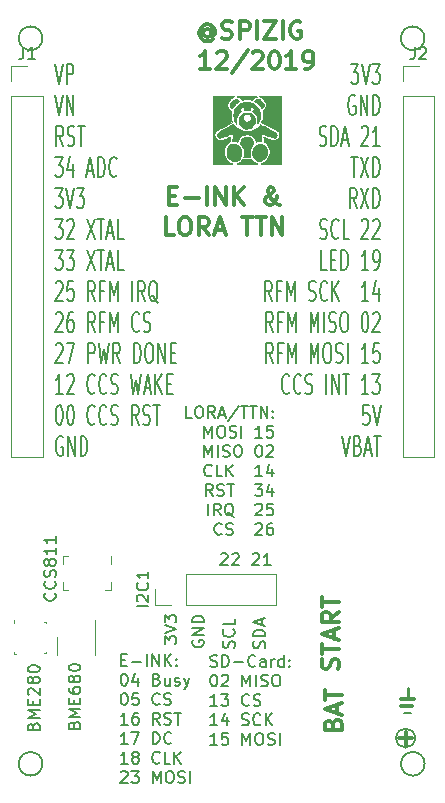
<source format=gbr>
G04 #@! TF.GenerationSoftware,KiCad,Pcbnew,(5.1.2)-2*
G04 #@! TF.CreationDate,2019-12-14T23:06:18+01:00*
G04 #@! TF.ProjectId,ttgot5,7474676f-7435-42e6-9b69-6361645f7063,rev?*
G04 #@! TF.SameCoordinates,Original*
G04 #@! TF.FileFunction,Legend,Top*
G04 #@! TF.FilePolarity,Positive*
%FSLAX46Y46*%
G04 Gerber Fmt 4.6, Leading zero omitted, Abs format (unit mm)*
G04 Created by KiCad (PCBNEW (5.1.2)-2) date 2019-12-14 23:06:18*
%MOMM*%
%LPD*%
G04 APERTURE LIST*
%ADD10C,0.150000*%
%ADD11C,0.250000*%
%ADD12C,0.200000*%
%ADD13C,0.300000*%
%ADD14C,0.010000*%
%ADD15C,0.120000*%
%ADD16C,0.100000*%
G04 APERTURE END LIST*
D10*
X115807261Y-134502380D02*
X115331071Y-134502380D01*
X115331071Y-133502380D01*
X116331071Y-133502380D02*
X116521547Y-133502380D01*
X116616785Y-133550000D01*
X116712023Y-133645238D01*
X116759642Y-133835714D01*
X116759642Y-134169047D01*
X116712023Y-134359523D01*
X116616785Y-134454761D01*
X116521547Y-134502380D01*
X116331071Y-134502380D01*
X116235833Y-134454761D01*
X116140595Y-134359523D01*
X116092976Y-134169047D01*
X116092976Y-133835714D01*
X116140595Y-133645238D01*
X116235833Y-133550000D01*
X116331071Y-133502380D01*
X117759642Y-134502380D02*
X117426309Y-134026190D01*
X117188214Y-134502380D02*
X117188214Y-133502380D01*
X117569166Y-133502380D01*
X117664404Y-133550000D01*
X117712023Y-133597619D01*
X117759642Y-133692857D01*
X117759642Y-133835714D01*
X117712023Y-133930952D01*
X117664404Y-133978571D01*
X117569166Y-134026190D01*
X117188214Y-134026190D01*
X118140595Y-134216666D02*
X118616785Y-134216666D01*
X118045357Y-134502380D02*
X118378690Y-133502380D01*
X118712023Y-134502380D01*
X119759642Y-133454761D02*
X118902500Y-134740476D01*
X119950119Y-133502380D02*
X120521547Y-133502380D01*
X120235833Y-134502380D02*
X120235833Y-133502380D01*
X120712023Y-133502380D02*
X121283452Y-133502380D01*
X120997738Y-134502380D02*
X120997738Y-133502380D01*
X121616785Y-134502380D02*
X121616785Y-133502380D01*
X122188214Y-134502380D01*
X122188214Y-133502380D01*
X122664404Y-134407142D02*
X122712023Y-134454761D01*
X122664404Y-134502380D01*
X122616785Y-134454761D01*
X122664404Y-134407142D01*
X122664404Y-134502380D01*
X122664404Y-133883333D02*
X122712023Y-133930952D01*
X122664404Y-133978571D01*
X122616785Y-133930952D01*
X122664404Y-133883333D01*
X122664404Y-133978571D01*
X116854880Y-136152380D02*
X116854880Y-135152380D01*
X117188214Y-135866666D01*
X117521547Y-135152380D01*
X117521547Y-136152380D01*
X118188214Y-135152380D02*
X118378690Y-135152380D01*
X118473928Y-135200000D01*
X118569166Y-135295238D01*
X118616785Y-135485714D01*
X118616785Y-135819047D01*
X118569166Y-136009523D01*
X118473928Y-136104761D01*
X118378690Y-136152380D01*
X118188214Y-136152380D01*
X118092976Y-136104761D01*
X117997738Y-136009523D01*
X117950119Y-135819047D01*
X117950119Y-135485714D01*
X117997738Y-135295238D01*
X118092976Y-135200000D01*
X118188214Y-135152380D01*
X118997738Y-136104761D02*
X119140595Y-136152380D01*
X119378690Y-136152380D01*
X119473928Y-136104761D01*
X119521547Y-136057142D01*
X119569166Y-135961904D01*
X119569166Y-135866666D01*
X119521547Y-135771428D01*
X119473928Y-135723809D01*
X119378690Y-135676190D01*
X119188214Y-135628571D01*
X119092976Y-135580952D01*
X119045357Y-135533333D01*
X118997738Y-135438095D01*
X118997738Y-135342857D01*
X119045357Y-135247619D01*
X119092976Y-135200000D01*
X119188214Y-135152380D01*
X119426309Y-135152380D01*
X119569166Y-135200000D01*
X119997738Y-136152380D02*
X119997738Y-135152380D01*
X121759642Y-136152380D02*
X121188214Y-136152380D01*
X121473928Y-136152380D02*
X121473928Y-135152380D01*
X121378690Y-135295238D01*
X121283452Y-135390476D01*
X121188214Y-135438095D01*
X122664404Y-135152380D02*
X122188214Y-135152380D01*
X122140595Y-135628571D01*
X122188214Y-135580952D01*
X122283452Y-135533333D01*
X122521547Y-135533333D01*
X122616785Y-135580952D01*
X122664404Y-135628571D01*
X122712023Y-135723809D01*
X122712023Y-135961904D01*
X122664404Y-136057142D01*
X122616785Y-136104761D01*
X122521547Y-136152380D01*
X122283452Y-136152380D01*
X122188214Y-136104761D01*
X122140595Y-136057142D01*
X116854880Y-137802380D02*
X116854880Y-136802380D01*
X117188214Y-137516666D01*
X117521547Y-136802380D01*
X117521547Y-137802380D01*
X117997738Y-137802380D02*
X117997738Y-136802380D01*
X118426309Y-137754761D02*
X118569166Y-137802380D01*
X118807261Y-137802380D01*
X118902500Y-137754761D01*
X118950119Y-137707142D01*
X118997738Y-137611904D01*
X118997738Y-137516666D01*
X118950119Y-137421428D01*
X118902500Y-137373809D01*
X118807261Y-137326190D01*
X118616785Y-137278571D01*
X118521547Y-137230952D01*
X118473928Y-137183333D01*
X118426309Y-137088095D01*
X118426309Y-136992857D01*
X118473928Y-136897619D01*
X118521547Y-136850000D01*
X118616785Y-136802380D01*
X118854880Y-136802380D01*
X118997738Y-136850000D01*
X119616785Y-136802380D02*
X119807261Y-136802380D01*
X119902500Y-136850000D01*
X119997738Y-136945238D01*
X120045357Y-137135714D01*
X120045357Y-137469047D01*
X119997738Y-137659523D01*
X119902500Y-137754761D01*
X119807261Y-137802380D01*
X119616785Y-137802380D01*
X119521547Y-137754761D01*
X119426309Y-137659523D01*
X119378690Y-137469047D01*
X119378690Y-137135714D01*
X119426309Y-136945238D01*
X119521547Y-136850000D01*
X119616785Y-136802380D01*
X121426309Y-136802380D02*
X121521547Y-136802380D01*
X121616785Y-136850000D01*
X121664404Y-136897619D01*
X121712023Y-136992857D01*
X121759642Y-137183333D01*
X121759642Y-137421428D01*
X121712023Y-137611904D01*
X121664404Y-137707142D01*
X121616785Y-137754761D01*
X121521547Y-137802380D01*
X121426309Y-137802380D01*
X121331071Y-137754761D01*
X121283452Y-137707142D01*
X121235833Y-137611904D01*
X121188214Y-137421428D01*
X121188214Y-137183333D01*
X121235833Y-136992857D01*
X121283452Y-136897619D01*
X121331071Y-136850000D01*
X121426309Y-136802380D01*
X122140595Y-136897619D02*
X122188214Y-136850000D01*
X122283452Y-136802380D01*
X122521547Y-136802380D01*
X122616785Y-136850000D01*
X122664404Y-136897619D01*
X122712023Y-136992857D01*
X122712023Y-137088095D01*
X122664404Y-137230952D01*
X122092976Y-137802380D01*
X122712023Y-137802380D01*
X117473928Y-139357142D02*
X117426309Y-139404761D01*
X117283452Y-139452380D01*
X117188214Y-139452380D01*
X117045357Y-139404761D01*
X116950119Y-139309523D01*
X116902500Y-139214285D01*
X116854880Y-139023809D01*
X116854880Y-138880952D01*
X116902500Y-138690476D01*
X116950119Y-138595238D01*
X117045357Y-138500000D01*
X117188214Y-138452380D01*
X117283452Y-138452380D01*
X117426309Y-138500000D01*
X117473928Y-138547619D01*
X118378690Y-139452380D02*
X117902500Y-139452380D01*
X117902500Y-138452380D01*
X118712023Y-139452380D02*
X118712023Y-138452380D01*
X119283452Y-139452380D02*
X118854880Y-138880952D01*
X119283452Y-138452380D02*
X118712023Y-139023809D01*
X121759642Y-139452380D02*
X121188214Y-139452380D01*
X121473928Y-139452380D02*
X121473928Y-138452380D01*
X121378690Y-138595238D01*
X121283452Y-138690476D01*
X121188214Y-138738095D01*
X122616785Y-138785714D02*
X122616785Y-139452380D01*
X122378690Y-138404761D02*
X122140595Y-139119047D01*
X122759642Y-139119047D01*
X117569166Y-141102380D02*
X117235833Y-140626190D01*
X116997738Y-141102380D02*
X116997738Y-140102380D01*
X117378690Y-140102380D01*
X117473928Y-140150000D01*
X117521547Y-140197619D01*
X117569166Y-140292857D01*
X117569166Y-140435714D01*
X117521547Y-140530952D01*
X117473928Y-140578571D01*
X117378690Y-140626190D01*
X116997738Y-140626190D01*
X117950119Y-141054761D02*
X118092976Y-141102380D01*
X118331071Y-141102380D01*
X118426309Y-141054761D01*
X118473928Y-141007142D01*
X118521547Y-140911904D01*
X118521547Y-140816666D01*
X118473928Y-140721428D01*
X118426309Y-140673809D01*
X118331071Y-140626190D01*
X118140595Y-140578571D01*
X118045357Y-140530952D01*
X117997738Y-140483333D01*
X117950119Y-140388095D01*
X117950119Y-140292857D01*
X117997738Y-140197619D01*
X118045357Y-140150000D01*
X118140595Y-140102380D01*
X118378690Y-140102380D01*
X118521547Y-140150000D01*
X118807261Y-140102380D02*
X119378690Y-140102380D01*
X119092976Y-141102380D02*
X119092976Y-140102380D01*
X121140595Y-140102380D02*
X121759642Y-140102380D01*
X121426309Y-140483333D01*
X121569166Y-140483333D01*
X121664404Y-140530952D01*
X121712023Y-140578571D01*
X121759642Y-140673809D01*
X121759642Y-140911904D01*
X121712023Y-141007142D01*
X121664404Y-141054761D01*
X121569166Y-141102380D01*
X121283452Y-141102380D01*
X121188214Y-141054761D01*
X121140595Y-141007142D01*
X122616785Y-140435714D02*
X122616785Y-141102380D01*
X122378690Y-140054761D02*
X122140595Y-140769047D01*
X122759642Y-140769047D01*
X117188214Y-142752380D02*
X117188214Y-141752380D01*
X118235833Y-142752380D02*
X117902500Y-142276190D01*
X117664404Y-142752380D02*
X117664404Y-141752380D01*
X118045357Y-141752380D01*
X118140595Y-141800000D01*
X118188214Y-141847619D01*
X118235833Y-141942857D01*
X118235833Y-142085714D01*
X118188214Y-142180952D01*
X118140595Y-142228571D01*
X118045357Y-142276190D01*
X117664404Y-142276190D01*
X119331071Y-142847619D02*
X119235833Y-142800000D01*
X119140595Y-142704761D01*
X118997738Y-142561904D01*
X118902500Y-142514285D01*
X118807261Y-142514285D01*
X118854880Y-142752380D02*
X118759642Y-142704761D01*
X118664404Y-142609523D01*
X118616785Y-142419047D01*
X118616785Y-142085714D01*
X118664404Y-141895238D01*
X118759642Y-141800000D01*
X118854880Y-141752380D01*
X119045357Y-141752380D01*
X119140595Y-141800000D01*
X119235833Y-141895238D01*
X119283452Y-142085714D01*
X119283452Y-142419047D01*
X119235833Y-142609523D01*
X119140595Y-142704761D01*
X119045357Y-142752380D01*
X118854880Y-142752380D01*
X121188214Y-141847619D02*
X121235833Y-141800000D01*
X121331071Y-141752380D01*
X121569166Y-141752380D01*
X121664404Y-141800000D01*
X121712023Y-141847619D01*
X121759642Y-141942857D01*
X121759642Y-142038095D01*
X121712023Y-142180952D01*
X121140595Y-142752380D01*
X121759642Y-142752380D01*
X122664404Y-141752380D02*
X122188214Y-141752380D01*
X122140595Y-142228571D01*
X122188214Y-142180952D01*
X122283452Y-142133333D01*
X122521547Y-142133333D01*
X122616785Y-142180952D01*
X122664404Y-142228571D01*
X122712023Y-142323809D01*
X122712023Y-142561904D01*
X122664404Y-142657142D01*
X122616785Y-142704761D01*
X122521547Y-142752380D01*
X122283452Y-142752380D01*
X122188214Y-142704761D01*
X122140595Y-142657142D01*
X118331071Y-144307142D02*
X118283452Y-144354761D01*
X118140595Y-144402380D01*
X118045357Y-144402380D01*
X117902500Y-144354761D01*
X117807261Y-144259523D01*
X117759642Y-144164285D01*
X117712023Y-143973809D01*
X117712023Y-143830952D01*
X117759642Y-143640476D01*
X117807261Y-143545238D01*
X117902500Y-143450000D01*
X118045357Y-143402380D01*
X118140595Y-143402380D01*
X118283452Y-143450000D01*
X118331071Y-143497619D01*
X118712023Y-144354761D02*
X118854880Y-144402380D01*
X119092976Y-144402380D01*
X119188214Y-144354761D01*
X119235833Y-144307142D01*
X119283452Y-144211904D01*
X119283452Y-144116666D01*
X119235833Y-144021428D01*
X119188214Y-143973809D01*
X119092976Y-143926190D01*
X118902500Y-143878571D01*
X118807261Y-143830952D01*
X118759642Y-143783333D01*
X118712023Y-143688095D01*
X118712023Y-143592857D01*
X118759642Y-143497619D01*
X118807261Y-143450000D01*
X118902500Y-143402380D01*
X119140595Y-143402380D01*
X119283452Y-143450000D01*
X121188214Y-143497619D02*
X121235833Y-143450000D01*
X121331071Y-143402380D01*
X121569166Y-143402380D01*
X121664404Y-143450000D01*
X121712023Y-143497619D01*
X121759642Y-143592857D01*
X121759642Y-143688095D01*
X121712023Y-143830952D01*
X121140595Y-144402380D01*
X121759642Y-144402380D01*
X122616785Y-143402380D02*
X122426309Y-143402380D01*
X122331071Y-143450000D01*
X122283452Y-143497619D01*
X122188214Y-143640476D01*
X122140595Y-143830952D01*
X122140595Y-144211904D01*
X122188214Y-144307142D01*
X122235833Y-144354761D01*
X122331071Y-144402380D01*
X122521547Y-144402380D01*
X122616785Y-144354761D01*
X122664404Y-144307142D01*
X122712023Y-144211904D01*
X122712023Y-143973809D01*
X122664404Y-143878571D01*
X122616785Y-143830952D01*
X122521547Y-143783333D01*
X122331071Y-143783333D01*
X122235833Y-143830952D01*
X122188214Y-143878571D01*
X122140595Y-143973809D01*
D11*
X134063142Y-157323847D02*
X134063142Y-158085752D01*
D12*
X134362361Y-159488342D02*
X133752838Y-159488342D01*
D13*
X134463942Y-158878742D02*
X133549657Y-158878742D01*
D10*
X134700000Y-161600000D02*
G75*
G03X134700000Y-161600000I-800000J0D01*
G01*
D13*
X113869942Y-115682657D02*
X114369942Y-115682657D01*
X114584228Y-116468371D02*
X113869942Y-116468371D01*
X113869942Y-114968371D01*
X114584228Y-114968371D01*
X115227085Y-115896942D02*
X116369942Y-115896942D01*
X117084228Y-116468371D02*
X117084228Y-114968371D01*
X117798514Y-116468371D02*
X117798514Y-114968371D01*
X118655657Y-116468371D01*
X118655657Y-114968371D01*
X119369942Y-116468371D02*
X119369942Y-114968371D01*
X120227085Y-116468371D02*
X119584228Y-115611228D01*
X120227085Y-114968371D02*
X119369942Y-115825514D01*
X123227085Y-116468371D02*
X123155657Y-116468371D01*
X123012800Y-116396942D01*
X122798514Y-116182657D01*
X122441371Y-115754085D01*
X122298514Y-115539800D01*
X122227085Y-115325514D01*
X122227085Y-115182657D01*
X122298514Y-115039800D01*
X122441371Y-114968371D01*
X122512800Y-114968371D01*
X122655657Y-115039800D01*
X122727085Y-115182657D01*
X122727085Y-115254085D01*
X122655657Y-115396942D01*
X122584228Y-115468371D01*
X122155657Y-115754085D01*
X122084228Y-115825514D01*
X122012800Y-115968371D01*
X122012800Y-116182657D01*
X122084228Y-116325514D01*
X122155657Y-116396942D01*
X122298514Y-116468371D01*
X122512800Y-116468371D01*
X122655657Y-116396942D01*
X122727085Y-116325514D01*
X122941371Y-116039800D01*
X123012800Y-115825514D01*
X123012800Y-115682657D01*
X114298514Y-119018371D02*
X113584228Y-119018371D01*
X113584228Y-117518371D01*
X115084228Y-117518371D02*
X115369942Y-117518371D01*
X115512800Y-117589800D01*
X115655657Y-117732657D01*
X115727085Y-118018371D01*
X115727085Y-118518371D01*
X115655657Y-118804085D01*
X115512800Y-118946942D01*
X115369942Y-119018371D01*
X115084228Y-119018371D01*
X114941371Y-118946942D01*
X114798514Y-118804085D01*
X114727085Y-118518371D01*
X114727085Y-118018371D01*
X114798514Y-117732657D01*
X114941371Y-117589800D01*
X115084228Y-117518371D01*
X117227085Y-119018371D02*
X116727085Y-118304085D01*
X116369942Y-119018371D02*
X116369942Y-117518371D01*
X116941371Y-117518371D01*
X117084228Y-117589800D01*
X117155657Y-117661228D01*
X117227085Y-117804085D01*
X117227085Y-118018371D01*
X117155657Y-118161228D01*
X117084228Y-118232657D01*
X116941371Y-118304085D01*
X116369942Y-118304085D01*
X117798514Y-118589800D02*
X118512800Y-118589800D01*
X117655657Y-119018371D02*
X118155657Y-117518371D01*
X118655657Y-119018371D01*
X120084228Y-117518371D02*
X120941371Y-117518371D01*
X120512800Y-119018371D02*
X120512800Y-117518371D01*
X121227085Y-117518371D02*
X122084228Y-117518371D01*
X121655657Y-119018371D02*
X121655657Y-117518371D01*
X122584228Y-119018371D02*
X122584228Y-117518371D01*
X123441371Y-119018371D01*
X123441371Y-117518371D01*
X117413942Y-101682485D02*
X117342514Y-101611057D01*
X117199657Y-101539628D01*
X117056800Y-101539628D01*
X116913942Y-101611057D01*
X116842514Y-101682485D01*
X116771085Y-101825342D01*
X116771085Y-101968200D01*
X116842514Y-102111057D01*
X116913942Y-102182485D01*
X117056800Y-102253914D01*
X117199657Y-102253914D01*
X117342514Y-102182485D01*
X117413942Y-102111057D01*
X117413942Y-101539628D02*
X117413942Y-102111057D01*
X117485371Y-102182485D01*
X117556800Y-102182485D01*
X117699657Y-102111057D01*
X117771085Y-101968200D01*
X117771085Y-101611057D01*
X117628228Y-101396771D01*
X117413942Y-101253914D01*
X117128228Y-101182485D01*
X116842514Y-101253914D01*
X116628228Y-101396771D01*
X116485371Y-101611057D01*
X116413942Y-101896771D01*
X116485371Y-102182485D01*
X116628228Y-102396771D01*
X116842514Y-102539628D01*
X117128228Y-102611057D01*
X117413942Y-102539628D01*
X117628228Y-102396771D01*
X118342514Y-102325342D02*
X118556800Y-102396771D01*
X118913942Y-102396771D01*
X119056800Y-102325342D01*
X119128228Y-102253914D01*
X119199657Y-102111057D01*
X119199657Y-101968200D01*
X119128228Y-101825342D01*
X119056800Y-101753914D01*
X118913942Y-101682485D01*
X118628228Y-101611057D01*
X118485371Y-101539628D01*
X118413942Y-101468200D01*
X118342514Y-101325342D01*
X118342514Y-101182485D01*
X118413942Y-101039628D01*
X118485371Y-100968200D01*
X118628228Y-100896771D01*
X118985371Y-100896771D01*
X119199657Y-100968200D01*
X119842514Y-102396771D02*
X119842514Y-100896771D01*
X120413942Y-100896771D01*
X120556800Y-100968200D01*
X120628228Y-101039628D01*
X120699657Y-101182485D01*
X120699657Y-101396771D01*
X120628228Y-101539628D01*
X120556800Y-101611057D01*
X120413942Y-101682485D01*
X119842514Y-101682485D01*
X121342514Y-102396771D02*
X121342514Y-100896771D01*
X121913942Y-100896771D02*
X122913942Y-100896771D01*
X121913942Y-102396771D01*
X122913942Y-102396771D01*
X123485371Y-102396771D02*
X123485371Y-100896771D01*
X124985371Y-100968200D02*
X124842514Y-100896771D01*
X124628228Y-100896771D01*
X124413942Y-100968200D01*
X124271085Y-101111057D01*
X124199657Y-101253914D01*
X124128228Y-101539628D01*
X124128228Y-101753914D01*
X124199657Y-102039628D01*
X124271085Y-102182485D01*
X124413942Y-102325342D01*
X124628228Y-102396771D01*
X124771085Y-102396771D01*
X124985371Y-102325342D01*
X125056800Y-102253914D01*
X125056800Y-101753914D01*
X124771085Y-101753914D01*
X117378228Y-104946771D02*
X116521085Y-104946771D01*
X116949657Y-104946771D02*
X116949657Y-103446771D01*
X116806800Y-103661057D01*
X116663942Y-103803914D01*
X116521085Y-103875342D01*
X117949657Y-103589628D02*
X118021085Y-103518200D01*
X118163942Y-103446771D01*
X118521085Y-103446771D01*
X118663942Y-103518200D01*
X118735371Y-103589628D01*
X118806800Y-103732485D01*
X118806800Y-103875342D01*
X118735371Y-104089628D01*
X117878228Y-104946771D01*
X118806800Y-104946771D01*
X120521085Y-103375342D02*
X119235371Y-105303914D01*
X120949657Y-103589628D02*
X121021085Y-103518200D01*
X121163942Y-103446771D01*
X121521085Y-103446771D01*
X121663942Y-103518200D01*
X121735371Y-103589628D01*
X121806800Y-103732485D01*
X121806800Y-103875342D01*
X121735371Y-104089628D01*
X120878228Y-104946771D01*
X121806800Y-104946771D01*
X122735371Y-103446771D02*
X122878228Y-103446771D01*
X123021085Y-103518200D01*
X123092514Y-103589628D01*
X123163942Y-103732485D01*
X123235371Y-104018200D01*
X123235371Y-104375342D01*
X123163942Y-104661057D01*
X123092514Y-104803914D01*
X123021085Y-104875342D01*
X122878228Y-104946771D01*
X122735371Y-104946771D01*
X122592514Y-104875342D01*
X122521085Y-104803914D01*
X122449657Y-104661057D01*
X122378228Y-104375342D01*
X122378228Y-104018200D01*
X122449657Y-103732485D01*
X122521085Y-103589628D01*
X122592514Y-103518200D01*
X122735371Y-103446771D01*
X124663942Y-104946771D02*
X123806800Y-104946771D01*
X124235371Y-104946771D02*
X124235371Y-103446771D01*
X124092514Y-103661057D01*
X123949657Y-103803914D01*
X123806800Y-103875342D01*
X125378228Y-104946771D02*
X125663942Y-104946771D01*
X125806800Y-104875342D01*
X125878228Y-104803914D01*
X126021085Y-104589628D01*
X126092514Y-104303914D01*
X126092514Y-103732485D01*
X126021085Y-103589628D01*
X125949657Y-103518200D01*
X125806800Y-103446771D01*
X125521085Y-103446771D01*
X125378228Y-103518200D01*
X125306800Y-103589628D01*
X125235371Y-103732485D01*
X125235371Y-104089628D01*
X125306800Y-104232485D01*
X125378228Y-104303914D01*
X125521085Y-104375342D01*
X125806800Y-104375342D01*
X125949657Y-104303914D01*
X126021085Y-104232485D01*
X126092514Y-104089628D01*
X128213142Y-155741485D02*
X128284571Y-155527200D01*
X128284571Y-155170057D01*
X128213142Y-155027200D01*
X128141714Y-154955771D01*
X127998857Y-154884342D01*
X127856000Y-154884342D01*
X127713142Y-154955771D01*
X127641714Y-155027200D01*
X127570285Y-155170057D01*
X127498857Y-155455771D01*
X127427428Y-155598628D01*
X127356000Y-155670057D01*
X127213142Y-155741485D01*
X127070285Y-155741485D01*
X126927428Y-155670057D01*
X126856000Y-155598628D01*
X126784571Y-155455771D01*
X126784571Y-155098628D01*
X126856000Y-154884342D01*
X126784571Y-154455771D02*
X126784571Y-153598628D01*
X128284571Y-154027200D02*
X126784571Y-154027200D01*
X127856000Y-153170057D02*
X127856000Y-152455771D01*
X128284571Y-153312914D02*
X126784571Y-152812914D01*
X128284571Y-152312914D01*
X128284571Y-150955771D02*
X127570285Y-151455771D01*
X128284571Y-151812914D02*
X126784571Y-151812914D01*
X126784571Y-151241485D01*
X126856000Y-151098628D01*
X126927428Y-151027200D01*
X127070285Y-150955771D01*
X127284571Y-150955771D01*
X127427428Y-151027200D01*
X127498857Y-151098628D01*
X127570285Y-151241485D01*
X127570285Y-151812914D01*
X126784571Y-150527200D02*
X126784571Y-149670057D01*
X128284571Y-150098628D02*
X126784571Y-150098628D01*
D10*
X118258895Y-146047619D02*
X118306514Y-146000000D01*
X118401752Y-145952380D01*
X118639847Y-145952380D01*
X118735085Y-146000000D01*
X118782704Y-146047619D01*
X118830323Y-146142857D01*
X118830323Y-146238095D01*
X118782704Y-146380952D01*
X118211276Y-146952380D01*
X118830323Y-146952380D01*
X119211276Y-146047619D02*
X119258895Y-146000000D01*
X119354133Y-145952380D01*
X119592228Y-145952380D01*
X119687466Y-146000000D01*
X119735085Y-146047619D01*
X119782704Y-146142857D01*
X119782704Y-146238095D01*
X119735085Y-146380952D01*
X119163657Y-146952380D01*
X119782704Y-146952380D01*
X120951295Y-146047619D02*
X120998914Y-146000000D01*
X121094152Y-145952380D01*
X121332247Y-145952380D01*
X121427485Y-146000000D01*
X121475104Y-146047619D01*
X121522723Y-146142857D01*
X121522723Y-146238095D01*
X121475104Y-146380952D01*
X120903676Y-146952380D01*
X121522723Y-146952380D01*
X122475104Y-146952380D02*
X121903676Y-146952380D01*
X122189390Y-146952380D02*
X122189390Y-145952380D01*
X122094152Y-146095238D01*
X121998914Y-146190476D01*
X121903676Y-146238095D01*
X109835595Y-154978571D02*
X110168928Y-154978571D01*
X110311785Y-155502380D02*
X109835595Y-155502380D01*
X109835595Y-154502380D01*
X110311785Y-154502380D01*
X110740357Y-155121428D02*
X111502261Y-155121428D01*
X111978452Y-155502380D02*
X111978452Y-154502380D01*
X112454642Y-155502380D02*
X112454642Y-154502380D01*
X113026071Y-155502380D01*
X113026071Y-154502380D01*
X113502261Y-155502380D02*
X113502261Y-154502380D01*
X114073690Y-155502380D02*
X113645119Y-154930952D01*
X114073690Y-154502380D02*
X113502261Y-155073809D01*
X114502261Y-155407142D02*
X114549880Y-155454761D01*
X114502261Y-155502380D01*
X114454642Y-155454761D01*
X114502261Y-155407142D01*
X114502261Y-155502380D01*
X114502261Y-154883333D02*
X114549880Y-154930952D01*
X114502261Y-154978571D01*
X114454642Y-154930952D01*
X114502261Y-154883333D01*
X114502261Y-154978571D01*
X110026071Y-156152380D02*
X110121309Y-156152380D01*
X110216547Y-156200000D01*
X110264166Y-156247619D01*
X110311785Y-156342857D01*
X110359404Y-156533333D01*
X110359404Y-156771428D01*
X110311785Y-156961904D01*
X110264166Y-157057142D01*
X110216547Y-157104761D01*
X110121309Y-157152380D01*
X110026071Y-157152380D01*
X109930833Y-157104761D01*
X109883214Y-157057142D01*
X109835595Y-156961904D01*
X109787976Y-156771428D01*
X109787976Y-156533333D01*
X109835595Y-156342857D01*
X109883214Y-156247619D01*
X109930833Y-156200000D01*
X110026071Y-156152380D01*
X111216547Y-156485714D02*
X111216547Y-157152380D01*
X110978452Y-156104761D02*
X110740357Y-156819047D01*
X111359404Y-156819047D01*
X112835595Y-156628571D02*
X112978452Y-156676190D01*
X113026071Y-156723809D01*
X113073690Y-156819047D01*
X113073690Y-156961904D01*
X113026071Y-157057142D01*
X112978452Y-157104761D01*
X112883214Y-157152380D01*
X112502261Y-157152380D01*
X112502261Y-156152380D01*
X112835595Y-156152380D01*
X112930833Y-156200000D01*
X112978452Y-156247619D01*
X113026071Y-156342857D01*
X113026071Y-156438095D01*
X112978452Y-156533333D01*
X112930833Y-156580952D01*
X112835595Y-156628571D01*
X112502261Y-156628571D01*
X113930833Y-156485714D02*
X113930833Y-157152380D01*
X113502261Y-156485714D02*
X113502261Y-157009523D01*
X113549880Y-157104761D01*
X113645119Y-157152380D01*
X113787976Y-157152380D01*
X113883214Y-157104761D01*
X113930833Y-157057142D01*
X114359404Y-157104761D02*
X114454642Y-157152380D01*
X114645119Y-157152380D01*
X114740357Y-157104761D01*
X114787976Y-157009523D01*
X114787976Y-156961904D01*
X114740357Y-156866666D01*
X114645119Y-156819047D01*
X114502261Y-156819047D01*
X114407023Y-156771428D01*
X114359404Y-156676190D01*
X114359404Y-156628571D01*
X114407023Y-156533333D01*
X114502261Y-156485714D01*
X114645119Y-156485714D01*
X114740357Y-156533333D01*
X115121309Y-156485714D02*
X115359404Y-157152380D01*
X115597500Y-156485714D02*
X115359404Y-157152380D01*
X115264166Y-157390476D01*
X115216547Y-157438095D01*
X115121309Y-157485714D01*
X110026071Y-157802380D02*
X110121309Y-157802380D01*
X110216547Y-157850000D01*
X110264166Y-157897619D01*
X110311785Y-157992857D01*
X110359404Y-158183333D01*
X110359404Y-158421428D01*
X110311785Y-158611904D01*
X110264166Y-158707142D01*
X110216547Y-158754761D01*
X110121309Y-158802380D01*
X110026071Y-158802380D01*
X109930833Y-158754761D01*
X109883214Y-158707142D01*
X109835595Y-158611904D01*
X109787976Y-158421428D01*
X109787976Y-158183333D01*
X109835595Y-157992857D01*
X109883214Y-157897619D01*
X109930833Y-157850000D01*
X110026071Y-157802380D01*
X111264166Y-157802380D02*
X110787976Y-157802380D01*
X110740357Y-158278571D01*
X110787976Y-158230952D01*
X110883214Y-158183333D01*
X111121309Y-158183333D01*
X111216547Y-158230952D01*
X111264166Y-158278571D01*
X111311785Y-158373809D01*
X111311785Y-158611904D01*
X111264166Y-158707142D01*
X111216547Y-158754761D01*
X111121309Y-158802380D01*
X110883214Y-158802380D01*
X110787976Y-158754761D01*
X110740357Y-158707142D01*
X113073690Y-158707142D02*
X113026071Y-158754761D01*
X112883214Y-158802380D01*
X112787976Y-158802380D01*
X112645119Y-158754761D01*
X112549880Y-158659523D01*
X112502261Y-158564285D01*
X112454642Y-158373809D01*
X112454642Y-158230952D01*
X112502261Y-158040476D01*
X112549880Y-157945238D01*
X112645119Y-157850000D01*
X112787976Y-157802380D01*
X112883214Y-157802380D01*
X113026071Y-157850000D01*
X113073690Y-157897619D01*
X113454642Y-158754761D02*
X113597500Y-158802380D01*
X113835595Y-158802380D01*
X113930833Y-158754761D01*
X113978452Y-158707142D01*
X114026071Y-158611904D01*
X114026071Y-158516666D01*
X113978452Y-158421428D01*
X113930833Y-158373809D01*
X113835595Y-158326190D01*
X113645119Y-158278571D01*
X113549880Y-158230952D01*
X113502261Y-158183333D01*
X113454642Y-158088095D01*
X113454642Y-157992857D01*
X113502261Y-157897619D01*
X113549880Y-157850000D01*
X113645119Y-157802380D01*
X113883214Y-157802380D01*
X114026071Y-157850000D01*
X110359404Y-160452380D02*
X109787976Y-160452380D01*
X110073690Y-160452380D02*
X110073690Y-159452380D01*
X109978452Y-159595238D01*
X109883214Y-159690476D01*
X109787976Y-159738095D01*
X111216547Y-159452380D02*
X111026071Y-159452380D01*
X110930833Y-159500000D01*
X110883214Y-159547619D01*
X110787976Y-159690476D01*
X110740357Y-159880952D01*
X110740357Y-160261904D01*
X110787976Y-160357142D01*
X110835595Y-160404761D01*
X110930833Y-160452380D01*
X111121309Y-160452380D01*
X111216547Y-160404761D01*
X111264166Y-160357142D01*
X111311785Y-160261904D01*
X111311785Y-160023809D01*
X111264166Y-159928571D01*
X111216547Y-159880952D01*
X111121309Y-159833333D01*
X110930833Y-159833333D01*
X110835595Y-159880952D01*
X110787976Y-159928571D01*
X110740357Y-160023809D01*
X113073690Y-160452380D02*
X112740357Y-159976190D01*
X112502261Y-160452380D02*
X112502261Y-159452380D01*
X112883214Y-159452380D01*
X112978452Y-159500000D01*
X113026071Y-159547619D01*
X113073690Y-159642857D01*
X113073690Y-159785714D01*
X113026071Y-159880952D01*
X112978452Y-159928571D01*
X112883214Y-159976190D01*
X112502261Y-159976190D01*
X113454642Y-160404761D02*
X113597500Y-160452380D01*
X113835595Y-160452380D01*
X113930833Y-160404761D01*
X113978452Y-160357142D01*
X114026071Y-160261904D01*
X114026071Y-160166666D01*
X113978452Y-160071428D01*
X113930833Y-160023809D01*
X113835595Y-159976190D01*
X113645119Y-159928571D01*
X113549880Y-159880952D01*
X113502261Y-159833333D01*
X113454642Y-159738095D01*
X113454642Y-159642857D01*
X113502261Y-159547619D01*
X113549880Y-159500000D01*
X113645119Y-159452380D01*
X113883214Y-159452380D01*
X114026071Y-159500000D01*
X114311785Y-159452380D02*
X114883214Y-159452380D01*
X114597500Y-160452380D02*
X114597500Y-159452380D01*
X110359404Y-162102380D02*
X109787976Y-162102380D01*
X110073690Y-162102380D02*
X110073690Y-161102380D01*
X109978452Y-161245238D01*
X109883214Y-161340476D01*
X109787976Y-161388095D01*
X110692738Y-161102380D02*
X111359404Y-161102380D01*
X110930833Y-162102380D01*
X112502261Y-162102380D02*
X112502261Y-161102380D01*
X112740357Y-161102380D01*
X112883214Y-161150000D01*
X112978452Y-161245238D01*
X113026071Y-161340476D01*
X113073690Y-161530952D01*
X113073690Y-161673809D01*
X113026071Y-161864285D01*
X112978452Y-161959523D01*
X112883214Y-162054761D01*
X112740357Y-162102380D01*
X112502261Y-162102380D01*
X114073690Y-162007142D02*
X114026071Y-162054761D01*
X113883214Y-162102380D01*
X113787976Y-162102380D01*
X113645119Y-162054761D01*
X113549880Y-161959523D01*
X113502261Y-161864285D01*
X113454642Y-161673809D01*
X113454642Y-161530952D01*
X113502261Y-161340476D01*
X113549880Y-161245238D01*
X113645119Y-161150000D01*
X113787976Y-161102380D01*
X113883214Y-161102380D01*
X114026071Y-161150000D01*
X114073690Y-161197619D01*
X110359404Y-163752380D02*
X109787976Y-163752380D01*
X110073690Y-163752380D02*
X110073690Y-162752380D01*
X109978452Y-162895238D01*
X109883214Y-162990476D01*
X109787976Y-163038095D01*
X110930833Y-163180952D02*
X110835595Y-163133333D01*
X110787976Y-163085714D01*
X110740357Y-162990476D01*
X110740357Y-162942857D01*
X110787976Y-162847619D01*
X110835595Y-162800000D01*
X110930833Y-162752380D01*
X111121309Y-162752380D01*
X111216547Y-162800000D01*
X111264166Y-162847619D01*
X111311785Y-162942857D01*
X111311785Y-162990476D01*
X111264166Y-163085714D01*
X111216547Y-163133333D01*
X111121309Y-163180952D01*
X110930833Y-163180952D01*
X110835595Y-163228571D01*
X110787976Y-163276190D01*
X110740357Y-163371428D01*
X110740357Y-163561904D01*
X110787976Y-163657142D01*
X110835595Y-163704761D01*
X110930833Y-163752380D01*
X111121309Y-163752380D01*
X111216547Y-163704761D01*
X111264166Y-163657142D01*
X111311785Y-163561904D01*
X111311785Y-163371428D01*
X111264166Y-163276190D01*
X111216547Y-163228571D01*
X111121309Y-163180952D01*
X113073690Y-163657142D02*
X113026071Y-163704761D01*
X112883214Y-163752380D01*
X112787976Y-163752380D01*
X112645119Y-163704761D01*
X112549880Y-163609523D01*
X112502261Y-163514285D01*
X112454642Y-163323809D01*
X112454642Y-163180952D01*
X112502261Y-162990476D01*
X112549880Y-162895238D01*
X112645119Y-162800000D01*
X112787976Y-162752380D01*
X112883214Y-162752380D01*
X113026071Y-162800000D01*
X113073690Y-162847619D01*
X113978452Y-163752380D02*
X113502261Y-163752380D01*
X113502261Y-162752380D01*
X114311785Y-163752380D02*
X114311785Y-162752380D01*
X114883214Y-163752380D02*
X114454642Y-163180952D01*
X114883214Y-162752380D02*
X114311785Y-163323809D01*
X109787976Y-164497619D02*
X109835595Y-164450000D01*
X109930833Y-164402380D01*
X110168928Y-164402380D01*
X110264166Y-164450000D01*
X110311785Y-164497619D01*
X110359404Y-164592857D01*
X110359404Y-164688095D01*
X110311785Y-164830952D01*
X109740357Y-165402380D01*
X110359404Y-165402380D01*
X110692738Y-164402380D02*
X111311785Y-164402380D01*
X110978452Y-164783333D01*
X111121309Y-164783333D01*
X111216547Y-164830952D01*
X111264166Y-164878571D01*
X111311785Y-164973809D01*
X111311785Y-165211904D01*
X111264166Y-165307142D01*
X111216547Y-165354761D01*
X111121309Y-165402380D01*
X110835595Y-165402380D01*
X110740357Y-165354761D01*
X110692738Y-165307142D01*
X112502261Y-165402380D02*
X112502261Y-164402380D01*
X112835595Y-165116666D01*
X113168928Y-164402380D01*
X113168928Y-165402380D01*
X113835595Y-164402380D02*
X114026071Y-164402380D01*
X114121309Y-164450000D01*
X114216547Y-164545238D01*
X114264166Y-164735714D01*
X114264166Y-165069047D01*
X114216547Y-165259523D01*
X114121309Y-165354761D01*
X114026071Y-165402380D01*
X113835595Y-165402380D01*
X113740357Y-165354761D01*
X113645119Y-165259523D01*
X113597500Y-165069047D01*
X113597500Y-164735714D01*
X113645119Y-164545238D01*
X113740357Y-164450000D01*
X113835595Y-164402380D01*
X114645119Y-165354761D02*
X114787976Y-165402380D01*
X115026071Y-165402380D01*
X115121309Y-165354761D01*
X115168928Y-165307142D01*
X115216547Y-165211904D01*
X115216547Y-165116666D01*
X115168928Y-165021428D01*
X115121309Y-164973809D01*
X115026071Y-164926190D01*
X114835595Y-164878571D01*
X114740357Y-164830952D01*
X114692738Y-164783333D01*
X114645119Y-164688095D01*
X114645119Y-164592857D01*
X114692738Y-164497619D01*
X114740357Y-164450000D01*
X114835595Y-164402380D01*
X115073690Y-164402380D01*
X115216547Y-164450000D01*
X115645119Y-165402380D02*
X115645119Y-164402380D01*
X117378376Y-155520761D02*
X117521233Y-155568380D01*
X117759328Y-155568380D01*
X117854566Y-155520761D01*
X117902185Y-155473142D01*
X117949804Y-155377904D01*
X117949804Y-155282666D01*
X117902185Y-155187428D01*
X117854566Y-155139809D01*
X117759328Y-155092190D01*
X117568852Y-155044571D01*
X117473614Y-154996952D01*
X117425995Y-154949333D01*
X117378376Y-154854095D01*
X117378376Y-154758857D01*
X117425995Y-154663619D01*
X117473614Y-154616000D01*
X117568852Y-154568380D01*
X117806947Y-154568380D01*
X117949804Y-154616000D01*
X118378376Y-155568380D02*
X118378376Y-154568380D01*
X118616471Y-154568380D01*
X118759328Y-154616000D01*
X118854566Y-154711238D01*
X118902185Y-154806476D01*
X118949804Y-154996952D01*
X118949804Y-155139809D01*
X118902185Y-155330285D01*
X118854566Y-155425523D01*
X118759328Y-155520761D01*
X118616471Y-155568380D01*
X118378376Y-155568380D01*
X119378376Y-155187428D02*
X120140280Y-155187428D01*
X121187900Y-155473142D02*
X121140280Y-155520761D01*
X120997423Y-155568380D01*
X120902185Y-155568380D01*
X120759328Y-155520761D01*
X120664090Y-155425523D01*
X120616471Y-155330285D01*
X120568852Y-155139809D01*
X120568852Y-154996952D01*
X120616471Y-154806476D01*
X120664090Y-154711238D01*
X120759328Y-154616000D01*
X120902185Y-154568380D01*
X120997423Y-154568380D01*
X121140280Y-154616000D01*
X121187900Y-154663619D01*
X122045042Y-155568380D02*
X122045042Y-155044571D01*
X121997423Y-154949333D01*
X121902185Y-154901714D01*
X121711709Y-154901714D01*
X121616471Y-154949333D01*
X122045042Y-155520761D02*
X121949804Y-155568380D01*
X121711709Y-155568380D01*
X121616471Y-155520761D01*
X121568852Y-155425523D01*
X121568852Y-155330285D01*
X121616471Y-155235047D01*
X121711709Y-155187428D01*
X121949804Y-155187428D01*
X122045042Y-155139809D01*
X122521233Y-155568380D02*
X122521233Y-154901714D01*
X122521233Y-155092190D02*
X122568852Y-154996952D01*
X122616471Y-154949333D01*
X122711709Y-154901714D01*
X122806947Y-154901714D01*
X123568852Y-155568380D02*
X123568852Y-154568380D01*
X123568852Y-155520761D02*
X123473614Y-155568380D01*
X123283138Y-155568380D01*
X123187900Y-155520761D01*
X123140280Y-155473142D01*
X123092661Y-155377904D01*
X123092661Y-155092190D01*
X123140280Y-154996952D01*
X123187900Y-154949333D01*
X123283138Y-154901714D01*
X123473614Y-154901714D01*
X123568852Y-154949333D01*
X124045042Y-155473142D02*
X124092661Y-155520761D01*
X124045042Y-155568380D01*
X123997423Y-155520761D01*
X124045042Y-155473142D01*
X124045042Y-155568380D01*
X124045042Y-154949333D02*
X124092661Y-154996952D01*
X124045042Y-155044571D01*
X123997423Y-154996952D01*
X124045042Y-154949333D01*
X124045042Y-155044571D01*
X117616471Y-156218380D02*
X117711709Y-156218380D01*
X117806947Y-156266000D01*
X117854566Y-156313619D01*
X117902185Y-156408857D01*
X117949804Y-156599333D01*
X117949804Y-156837428D01*
X117902185Y-157027904D01*
X117854566Y-157123142D01*
X117806947Y-157170761D01*
X117711709Y-157218380D01*
X117616471Y-157218380D01*
X117521233Y-157170761D01*
X117473614Y-157123142D01*
X117425995Y-157027904D01*
X117378376Y-156837428D01*
X117378376Y-156599333D01*
X117425995Y-156408857D01*
X117473614Y-156313619D01*
X117521233Y-156266000D01*
X117616471Y-156218380D01*
X118330757Y-156313619D02*
X118378376Y-156266000D01*
X118473614Y-156218380D01*
X118711709Y-156218380D01*
X118806947Y-156266000D01*
X118854566Y-156313619D01*
X118902185Y-156408857D01*
X118902185Y-156504095D01*
X118854566Y-156646952D01*
X118283138Y-157218380D01*
X118902185Y-157218380D01*
X120092661Y-157218380D02*
X120092661Y-156218380D01*
X120425995Y-156932666D01*
X120759328Y-156218380D01*
X120759328Y-157218380D01*
X121235519Y-157218380D02*
X121235519Y-156218380D01*
X121664090Y-157170761D02*
X121806947Y-157218380D01*
X122045042Y-157218380D01*
X122140280Y-157170761D01*
X122187900Y-157123142D01*
X122235519Y-157027904D01*
X122235519Y-156932666D01*
X122187900Y-156837428D01*
X122140280Y-156789809D01*
X122045042Y-156742190D01*
X121854566Y-156694571D01*
X121759328Y-156646952D01*
X121711709Y-156599333D01*
X121664090Y-156504095D01*
X121664090Y-156408857D01*
X121711709Y-156313619D01*
X121759328Y-156266000D01*
X121854566Y-156218380D01*
X122092661Y-156218380D01*
X122235519Y-156266000D01*
X122854566Y-156218380D02*
X123045042Y-156218380D01*
X123140280Y-156266000D01*
X123235519Y-156361238D01*
X123283138Y-156551714D01*
X123283138Y-156885047D01*
X123235519Y-157075523D01*
X123140280Y-157170761D01*
X123045042Y-157218380D01*
X122854566Y-157218380D01*
X122759328Y-157170761D01*
X122664090Y-157075523D01*
X122616471Y-156885047D01*
X122616471Y-156551714D01*
X122664090Y-156361238D01*
X122759328Y-156266000D01*
X122854566Y-156218380D01*
X117949804Y-158868380D02*
X117378376Y-158868380D01*
X117664090Y-158868380D02*
X117664090Y-157868380D01*
X117568852Y-158011238D01*
X117473614Y-158106476D01*
X117378376Y-158154095D01*
X118283138Y-157868380D02*
X118902185Y-157868380D01*
X118568852Y-158249333D01*
X118711709Y-158249333D01*
X118806947Y-158296952D01*
X118854566Y-158344571D01*
X118902185Y-158439809D01*
X118902185Y-158677904D01*
X118854566Y-158773142D01*
X118806947Y-158820761D01*
X118711709Y-158868380D01*
X118425995Y-158868380D01*
X118330757Y-158820761D01*
X118283138Y-158773142D01*
X120664090Y-158773142D02*
X120616471Y-158820761D01*
X120473614Y-158868380D01*
X120378376Y-158868380D01*
X120235519Y-158820761D01*
X120140280Y-158725523D01*
X120092661Y-158630285D01*
X120045042Y-158439809D01*
X120045042Y-158296952D01*
X120092661Y-158106476D01*
X120140280Y-158011238D01*
X120235519Y-157916000D01*
X120378376Y-157868380D01*
X120473614Y-157868380D01*
X120616471Y-157916000D01*
X120664090Y-157963619D01*
X121045042Y-158820761D02*
X121187900Y-158868380D01*
X121425995Y-158868380D01*
X121521233Y-158820761D01*
X121568852Y-158773142D01*
X121616471Y-158677904D01*
X121616471Y-158582666D01*
X121568852Y-158487428D01*
X121521233Y-158439809D01*
X121425995Y-158392190D01*
X121235519Y-158344571D01*
X121140280Y-158296952D01*
X121092661Y-158249333D01*
X121045042Y-158154095D01*
X121045042Y-158058857D01*
X121092661Y-157963619D01*
X121140280Y-157916000D01*
X121235519Y-157868380D01*
X121473614Y-157868380D01*
X121616471Y-157916000D01*
X117949804Y-160518380D02*
X117378376Y-160518380D01*
X117664090Y-160518380D02*
X117664090Y-159518380D01*
X117568852Y-159661238D01*
X117473614Y-159756476D01*
X117378376Y-159804095D01*
X118806947Y-159851714D02*
X118806947Y-160518380D01*
X118568852Y-159470761D02*
X118330757Y-160185047D01*
X118949804Y-160185047D01*
X120045042Y-160470761D02*
X120187900Y-160518380D01*
X120425995Y-160518380D01*
X120521233Y-160470761D01*
X120568852Y-160423142D01*
X120616471Y-160327904D01*
X120616471Y-160232666D01*
X120568852Y-160137428D01*
X120521233Y-160089809D01*
X120425995Y-160042190D01*
X120235519Y-159994571D01*
X120140280Y-159946952D01*
X120092661Y-159899333D01*
X120045042Y-159804095D01*
X120045042Y-159708857D01*
X120092661Y-159613619D01*
X120140280Y-159566000D01*
X120235519Y-159518380D01*
X120473614Y-159518380D01*
X120616471Y-159566000D01*
X121616471Y-160423142D02*
X121568852Y-160470761D01*
X121425995Y-160518380D01*
X121330757Y-160518380D01*
X121187900Y-160470761D01*
X121092661Y-160375523D01*
X121045042Y-160280285D01*
X120997423Y-160089809D01*
X120997423Y-159946952D01*
X121045042Y-159756476D01*
X121092661Y-159661238D01*
X121187900Y-159566000D01*
X121330757Y-159518380D01*
X121425995Y-159518380D01*
X121568852Y-159566000D01*
X121616471Y-159613619D01*
X122045042Y-160518380D02*
X122045042Y-159518380D01*
X122616471Y-160518380D02*
X122187900Y-159946952D01*
X122616471Y-159518380D02*
X122045042Y-160089809D01*
X117949804Y-162168380D02*
X117378376Y-162168380D01*
X117664090Y-162168380D02*
X117664090Y-161168380D01*
X117568852Y-161311238D01*
X117473614Y-161406476D01*
X117378376Y-161454095D01*
X118854566Y-161168380D02*
X118378376Y-161168380D01*
X118330757Y-161644571D01*
X118378376Y-161596952D01*
X118473614Y-161549333D01*
X118711709Y-161549333D01*
X118806947Y-161596952D01*
X118854566Y-161644571D01*
X118902185Y-161739809D01*
X118902185Y-161977904D01*
X118854566Y-162073142D01*
X118806947Y-162120761D01*
X118711709Y-162168380D01*
X118473614Y-162168380D01*
X118378376Y-162120761D01*
X118330757Y-162073142D01*
X120092661Y-162168380D02*
X120092661Y-161168380D01*
X120425995Y-161882666D01*
X120759328Y-161168380D01*
X120759328Y-162168380D01*
X121425995Y-161168380D02*
X121616471Y-161168380D01*
X121711709Y-161216000D01*
X121806947Y-161311238D01*
X121854566Y-161501714D01*
X121854566Y-161835047D01*
X121806947Y-162025523D01*
X121711709Y-162120761D01*
X121616471Y-162168380D01*
X121425995Y-162168380D01*
X121330757Y-162120761D01*
X121235519Y-162025523D01*
X121187900Y-161835047D01*
X121187900Y-161501714D01*
X121235519Y-161311238D01*
X121330757Y-161216000D01*
X121425995Y-161168380D01*
X122235519Y-162120761D02*
X122378376Y-162168380D01*
X122616471Y-162168380D01*
X122711709Y-162120761D01*
X122759328Y-162073142D01*
X122806947Y-161977904D01*
X122806947Y-161882666D01*
X122759328Y-161787428D01*
X122711709Y-161739809D01*
X122616471Y-161692190D01*
X122425995Y-161644571D01*
X122330757Y-161596952D01*
X122283138Y-161549333D01*
X122235519Y-161454095D01*
X122235519Y-161358857D01*
X122283138Y-161263619D01*
X122330757Y-161216000D01*
X122425995Y-161168380D01*
X122664090Y-161168380D01*
X122806947Y-161216000D01*
X123235519Y-162168380D02*
X123235519Y-161168380D01*
X129283452Y-104546428D02*
X129902500Y-104546428D01*
X129569166Y-105175000D01*
X129712023Y-105175000D01*
X129807261Y-105253571D01*
X129854880Y-105332142D01*
X129902500Y-105489285D01*
X129902500Y-105882142D01*
X129854880Y-106039285D01*
X129807261Y-106117857D01*
X129712023Y-106196428D01*
X129426309Y-106196428D01*
X129331071Y-106117857D01*
X129283452Y-106039285D01*
X130188214Y-104546428D02*
X130521547Y-106196428D01*
X130854880Y-104546428D01*
X131092976Y-104546428D02*
X131712023Y-104546428D01*
X131378690Y-105175000D01*
X131521547Y-105175000D01*
X131616785Y-105253571D01*
X131664404Y-105332142D01*
X131712023Y-105489285D01*
X131712023Y-105882142D01*
X131664404Y-106039285D01*
X131616785Y-106117857D01*
X131521547Y-106196428D01*
X131235833Y-106196428D01*
X131140595Y-106117857D01*
X131092976Y-106039285D01*
X129616785Y-107250000D02*
X129521547Y-107171428D01*
X129378690Y-107171428D01*
X129235833Y-107250000D01*
X129140595Y-107407142D01*
X129092976Y-107564285D01*
X129045357Y-107878571D01*
X129045357Y-108114285D01*
X129092976Y-108428571D01*
X129140595Y-108585714D01*
X129235833Y-108742857D01*
X129378690Y-108821428D01*
X129473928Y-108821428D01*
X129616785Y-108742857D01*
X129664404Y-108664285D01*
X129664404Y-108114285D01*
X129473928Y-108114285D01*
X130092976Y-108821428D02*
X130092976Y-107171428D01*
X130664404Y-108821428D01*
X130664404Y-107171428D01*
X131140595Y-108821428D02*
X131140595Y-107171428D01*
X131378690Y-107171428D01*
X131521547Y-107250000D01*
X131616785Y-107407142D01*
X131664404Y-107564285D01*
X131712023Y-107878571D01*
X131712023Y-108114285D01*
X131664404Y-108428571D01*
X131616785Y-108585714D01*
X131521547Y-108742857D01*
X131378690Y-108821428D01*
X131140595Y-108821428D01*
X126616785Y-111367857D02*
X126759642Y-111446428D01*
X126997738Y-111446428D01*
X127092976Y-111367857D01*
X127140595Y-111289285D01*
X127188214Y-111132142D01*
X127188214Y-110975000D01*
X127140595Y-110817857D01*
X127092976Y-110739285D01*
X126997738Y-110660714D01*
X126807261Y-110582142D01*
X126712023Y-110503571D01*
X126664404Y-110425000D01*
X126616785Y-110267857D01*
X126616785Y-110110714D01*
X126664404Y-109953571D01*
X126712023Y-109875000D01*
X126807261Y-109796428D01*
X127045357Y-109796428D01*
X127188214Y-109875000D01*
X127616785Y-111446428D02*
X127616785Y-109796428D01*
X127854880Y-109796428D01*
X127997738Y-109875000D01*
X128092976Y-110032142D01*
X128140595Y-110189285D01*
X128188214Y-110503571D01*
X128188214Y-110739285D01*
X128140595Y-111053571D01*
X128092976Y-111210714D01*
X127997738Y-111367857D01*
X127854880Y-111446428D01*
X127616785Y-111446428D01*
X128569166Y-110975000D02*
X129045357Y-110975000D01*
X128473928Y-111446428D02*
X128807261Y-109796428D01*
X129140595Y-111446428D01*
X130188214Y-109953571D02*
X130235833Y-109875000D01*
X130331071Y-109796428D01*
X130569166Y-109796428D01*
X130664404Y-109875000D01*
X130712023Y-109953571D01*
X130759642Y-110110714D01*
X130759642Y-110267857D01*
X130712023Y-110503571D01*
X130140595Y-111446428D01*
X130759642Y-111446428D01*
X131712023Y-111446428D02*
X131140595Y-111446428D01*
X131426309Y-111446428D02*
X131426309Y-109796428D01*
X131331071Y-110032142D01*
X131235833Y-110189285D01*
X131140595Y-110267857D01*
X129283452Y-112421428D02*
X129854880Y-112421428D01*
X129569166Y-114071428D02*
X129569166Y-112421428D01*
X130092976Y-112421428D02*
X130759642Y-114071428D01*
X130759642Y-112421428D02*
X130092976Y-114071428D01*
X131140595Y-114071428D02*
X131140595Y-112421428D01*
X131378690Y-112421428D01*
X131521547Y-112500000D01*
X131616785Y-112657142D01*
X131664404Y-112814285D01*
X131712023Y-113128571D01*
X131712023Y-113364285D01*
X131664404Y-113678571D01*
X131616785Y-113835714D01*
X131521547Y-113992857D01*
X131378690Y-114071428D01*
X131140595Y-114071428D01*
X129759642Y-116696428D02*
X129426309Y-115910714D01*
X129188214Y-116696428D02*
X129188214Y-115046428D01*
X129569166Y-115046428D01*
X129664404Y-115125000D01*
X129712023Y-115203571D01*
X129759642Y-115360714D01*
X129759642Y-115596428D01*
X129712023Y-115753571D01*
X129664404Y-115832142D01*
X129569166Y-115910714D01*
X129188214Y-115910714D01*
X130092976Y-115046428D02*
X130759642Y-116696428D01*
X130759642Y-115046428D02*
X130092976Y-116696428D01*
X131140595Y-116696428D02*
X131140595Y-115046428D01*
X131378690Y-115046428D01*
X131521547Y-115125000D01*
X131616785Y-115282142D01*
X131664404Y-115439285D01*
X131712023Y-115753571D01*
X131712023Y-115989285D01*
X131664404Y-116303571D01*
X131616785Y-116460714D01*
X131521547Y-116617857D01*
X131378690Y-116696428D01*
X131140595Y-116696428D01*
X126664404Y-119242857D02*
X126807261Y-119321428D01*
X127045357Y-119321428D01*
X127140595Y-119242857D01*
X127188214Y-119164285D01*
X127235833Y-119007142D01*
X127235833Y-118850000D01*
X127188214Y-118692857D01*
X127140595Y-118614285D01*
X127045357Y-118535714D01*
X126854880Y-118457142D01*
X126759642Y-118378571D01*
X126712023Y-118300000D01*
X126664404Y-118142857D01*
X126664404Y-117985714D01*
X126712023Y-117828571D01*
X126759642Y-117750000D01*
X126854880Y-117671428D01*
X127092976Y-117671428D01*
X127235833Y-117750000D01*
X128235833Y-119164285D02*
X128188214Y-119242857D01*
X128045357Y-119321428D01*
X127950119Y-119321428D01*
X127807261Y-119242857D01*
X127712023Y-119085714D01*
X127664404Y-118928571D01*
X127616785Y-118614285D01*
X127616785Y-118378571D01*
X127664404Y-118064285D01*
X127712023Y-117907142D01*
X127807261Y-117750000D01*
X127950119Y-117671428D01*
X128045357Y-117671428D01*
X128188214Y-117750000D01*
X128235833Y-117828571D01*
X129140595Y-119321428D02*
X128664404Y-119321428D01*
X128664404Y-117671428D01*
X130188214Y-117828571D02*
X130235833Y-117750000D01*
X130331071Y-117671428D01*
X130569166Y-117671428D01*
X130664404Y-117750000D01*
X130712023Y-117828571D01*
X130759642Y-117985714D01*
X130759642Y-118142857D01*
X130712023Y-118378571D01*
X130140595Y-119321428D01*
X130759642Y-119321428D01*
X131140595Y-117828571D02*
X131188214Y-117750000D01*
X131283452Y-117671428D01*
X131521547Y-117671428D01*
X131616785Y-117750000D01*
X131664404Y-117828571D01*
X131712023Y-117985714D01*
X131712023Y-118142857D01*
X131664404Y-118378571D01*
X131092976Y-119321428D01*
X131712023Y-119321428D01*
X127235833Y-121946428D02*
X126759642Y-121946428D01*
X126759642Y-120296428D01*
X127569166Y-121082142D02*
X127902500Y-121082142D01*
X128045357Y-121946428D02*
X127569166Y-121946428D01*
X127569166Y-120296428D01*
X128045357Y-120296428D01*
X128473928Y-121946428D02*
X128473928Y-120296428D01*
X128712023Y-120296428D01*
X128854880Y-120375000D01*
X128950119Y-120532142D01*
X128997738Y-120689285D01*
X129045357Y-121003571D01*
X129045357Y-121239285D01*
X128997738Y-121553571D01*
X128950119Y-121710714D01*
X128854880Y-121867857D01*
X128712023Y-121946428D01*
X128473928Y-121946428D01*
X130759642Y-121946428D02*
X130188214Y-121946428D01*
X130473928Y-121946428D02*
X130473928Y-120296428D01*
X130378690Y-120532142D01*
X130283452Y-120689285D01*
X130188214Y-120767857D01*
X131235833Y-121946428D02*
X131426309Y-121946428D01*
X131521547Y-121867857D01*
X131569166Y-121789285D01*
X131664404Y-121553571D01*
X131712023Y-121239285D01*
X131712023Y-120610714D01*
X131664404Y-120453571D01*
X131616785Y-120375000D01*
X131521547Y-120296428D01*
X131331071Y-120296428D01*
X131235833Y-120375000D01*
X131188214Y-120453571D01*
X131140595Y-120610714D01*
X131140595Y-121003571D01*
X131188214Y-121160714D01*
X131235833Y-121239285D01*
X131331071Y-121317857D01*
X131521547Y-121317857D01*
X131616785Y-121239285D01*
X131664404Y-121160714D01*
X131712023Y-121003571D01*
X122569166Y-124571428D02*
X122235833Y-123785714D01*
X121997738Y-124571428D02*
X121997738Y-122921428D01*
X122378690Y-122921428D01*
X122473928Y-123000000D01*
X122521547Y-123078571D01*
X122569166Y-123235714D01*
X122569166Y-123471428D01*
X122521547Y-123628571D01*
X122473928Y-123707142D01*
X122378690Y-123785714D01*
X121997738Y-123785714D01*
X123331071Y-123707142D02*
X122997738Y-123707142D01*
X122997738Y-124571428D02*
X122997738Y-122921428D01*
X123473928Y-122921428D01*
X123854880Y-124571428D02*
X123854880Y-122921428D01*
X124188214Y-124100000D01*
X124521547Y-122921428D01*
X124521547Y-124571428D01*
X125712023Y-124492857D02*
X125854880Y-124571428D01*
X126092976Y-124571428D01*
X126188214Y-124492857D01*
X126235833Y-124414285D01*
X126283452Y-124257142D01*
X126283452Y-124100000D01*
X126235833Y-123942857D01*
X126188214Y-123864285D01*
X126092976Y-123785714D01*
X125902500Y-123707142D01*
X125807261Y-123628571D01*
X125759642Y-123550000D01*
X125712023Y-123392857D01*
X125712023Y-123235714D01*
X125759642Y-123078571D01*
X125807261Y-123000000D01*
X125902500Y-122921428D01*
X126140595Y-122921428D01*
X126283452Y-123000000D01*
X127283452Y-124414285D02*
X127235833Y-124492857D01*
X127092976Y-124571428D01*
X126997738Y-124571428D01*
X126854880Y-124492857D01*
X126759642Y-124335714D01*
X126712023Y-124178571D01*
X126664404Y-123864285D01*
X126664404Y-123628571D01*
X126712023Y-123314285D01*
X126759642Y-123157142D01*
X126854880Y-123000000D01*
X126997738Y-122921428D01*
X127092976Y-122921428D01*
X127235833Y-123000000D01*
X127283452Y-123078571D01*
X127712023Y-124571428D02*
X127712023Y-122921428D01*
X128283452Y-124571428D02*
X127854880Y-123628571D01*
X128283452Y-122921428D02*
X127712023Y-123864285D01*
X130759642Y-124571428D02*
X130188214Y-124571428D01*
X130473928Y-124571428D02*
X130473928Y-122921428D01*
X130378690Y-123157142D01*
X130283452Y-123314285D01*
X130188214Y-123392857D01*
X131616785Y-123471428D02*
X131616785Y-124571428D01*
X131378690Y-122842857D02*
X131140595Y-124021428D01*
X131759642Y-124021428D01*
X122664404Y-127196428D02*
X122331071Y-126410714D01*
X122092976Y-127196428D02*
X122092976Y-125546428D01*
X122473928Y-125546428D01*
X122569166Y-125625000D01*
X122616785Y-125703571D01*
X122664404Y-125860714D01*
X122664404Y-126096428D01*
X122616785Y-126253571D01*
X122569166Y-126332142D01*
X122473928Y-126410714D01*
X122092976Y-126410714D01*
X123426309Y-126332142D02*
X123092976Y-126332142D01*
X123092976Y-127196428D02*
X123092976Y-125546428D01*
X123569166Y-125546428D01*
X123950119Y-127196428D02*
X123950119Y-125546428D01*
X124283452Y-126725000D01*
X124616785Y-125546428D01*
X124616785Y-127196428D01*
X125854880Y-127196428D02*
X125854880Y-125546428D01*
X126188214Y-126725000D01*
X126521547Y-125546428D01*
X126521547Y-127196428D01*
X126997738Y-127196428D02*
X126997738Y-125546428D01*
X127426309Y-127117857D02*
X127569166Y-127196428D01*
X127807261Y-127196428D01*
X127902500Y-127117857D01*
X127950119Y-127039285D01*
X127997738Y-126882142D01*
X127997738Y-126725000D01*
X127950119Y-126567857D01*
X127902500Y-126489285D01*
X127807261Y-126410714D01*
X127616785Y-126332142D01*
X127521547Y-126253571D01*
X127473928Y-126175000D01*
X127426309Y-126017857D01*
X127426309Y-125860714D01*
X127473928Y-125703571D01*
X127521547Y-125625000D01*
X127616785Y-125546428D01*
X127854880Y-125546428D01*
X127997738Y-125625000D01*
X128616785Y-125546428D02*
X128807261Y-125546428D01*
X128902500Y-125625000D01*
X128997738Y-125782142D01*
X129045357Y-126096428D01*
X129045357Y-126646428D01*
X128997738Y-126960714D01*
X128902500Y-127117857D01*
X128807261Y-127196428D01*
X128616785Y-127196428D01*
X128521547Y-127117857D01*
X128426309Y-126960714D01*
X128378690Y-126646428D01*
X128378690Y-126096428D01*
X128426309Y-125782142D01*
X128521547Y-125625000D01*
X128616785Y-125546428D01*
X130426309Y-125546428D02*
X130521547Y-125546428D01*
X130616785Y-125625000D01*
X130664404Y-125703571D01*
X130712023Y-125860714D01*
X130759642Y-126175000D01*
X130759642Y-126567857D01*
X130712023Y-126882142D01*
X130664404Y-127039285D01*
X130616785Y-127117857D01*
X130521547Y-127196428D01*
X130426309Y-127196428D01*
X130331071Y-127117857D01*
X130283452Y-127039285D01*
X130235833Y-126882142D01*
X130188214Y-126567857D01*
X130188214Y-126175000D01*
X130235833Y-125860714D01*
X130283452Y-125703571D01*
X130331071Y-125625000D01*
X130426309Y-125546428D01*
X131140595Y-125703571D02*
X131188214Y-125625000D01*
X131283452Y-125546428D01*
X131521547Y-125546428D01*
X131616785Y-125625000D01*
X131664404Y-125703571D01*
X131712023Y-125860714D01*
X131712023Y-126017857D01*
X131664404Y-126253571D01*
X131092976Y-127196428D01*
X131712023Y-127196428D01*
X122664404Y-129821428D02*
X122331071Y-129035714D01*
X122092976Y-129821428D02*
X122092976Y-128171428D01*
X122473928Y-128171428D01*
X122569166Y-128250000D01*
X122616785Y-128328571D01*
X122664404Y-128485714D01*
X122664404Y-128721428D01*
X122616785Y-128878571D01*
X122569166Y-128957142D01*
X122473928Y-129035714D01*
X122092976Y-129035714D01*
X123426309Y-128957142D02*
X123092976Y-128957142D01*
X123092976Y-129821428D02*
X123092976Y-128171428D01*
X123569166Y-128171428D01*
X123950119Y-129821428D02*
X123950119Y-128171428D01*
X124283452Y-129350000D01*
X124616785Y-128171428D01*
X124616785Y-129821428D01*
X125854880Y-129821428D02*
X125854880Y-128171428D01*
X126188214Y-129350000D01*
X126521547Y-128171428D01*
X126521547Y-129821428D01*
X127188214Y-128171428D02*
X127378690Y-128171428D01*
X127473928Y-128250000D01*
X127569166Y-128407142D01*
X127616785Y-128721428D01*
X127616785Y-129271428D01*
X127569166Y-129585714D01*
X127473928Y-129742857D01*
X127378690Y-129821428D01*
X127188214Y-129821428D01*
X127092976Y-129742857D01*
X126997738Y-129585714D01*
X126950119Y-129271428D01*
X126950119Y-128721428D01*
X126997738Y-128407142D01*
X127092976Y-128250000D01*
X127188214Y-128171428D01*
X127997738Y-129742857D02*
X128140595Y-129821428D01*
X128378690Y-129821428D01*
X128473928Y-129742857D01*
X128521547Y-129664285D01*
X128569166Y-129507142D01*
X128569166Y-129350000D01*
X128521547Y-129192857D01*
X128473928Y-129114285D01*
X128378690Y-129035714D01*
X128188214Y-128957142D01*
X128092976Y-128878571D01*
X128045357Y-128800000D01*
X127997738Y-128642857D01*
X127997738Y-128485714D01*
X128045357Y-128328571D01*
X128092976Y-128250000D01*
X128188214Y-128171428D01*
X128426309Y-128171428D01*
X128569166Y-128250000D01*
X128997738Y-129821428D02*
X128997738Y-128171428D01*
X130759642Y-129821428D02*
X130188214Y-129821428D01*
X130473928Y-129821428D02*
X130473928Y-128171428D01*
X130378690Y-128407142D01*
X130283452Y-128564285D01*
X130188214Y-128642857D01*
X131664404Y-128171428D02*
X131188214Y-128171428D01*
X131140595Y-128957142D01*
X131188214Y-128878571D01*
X131283452Y-128800000D01*
X131521547Y-128800000D01*
X131616785Y-128878571D01*
X131664404Y-128957142D01*
X131712023Y-129114285D01*
X131712023Y-129507142D01*
X131664404Y-129664285D01*
X131616785Y-129742857D01*
X131521547Y-129821428D01*
X131283452Y-129821428D01*
X131188214Y-129742857D01*
X131140595Y-129664285D01*
X124045357Y-132289285D02*
X123997738Y-132367857D01*
X123854880Y-132446428D01*
X123759642Y-132446428D01*
X123616785Y-132367857D01*
X123521547Y-132210714D01*
X123473928Y-132053571D01*
X123426309Y-131739285D01*
X123426309Y-131503571D01*
X123473928Y-131189285D01*
X123521547Y-131032142D01*
X123616785Y-130875000D01*
X123759642Y-130796428D01*
X123854880Y-130796428D01*
X123997738Y-130875000D01*
X124045357Y-130953571D01*
X125045357Y-132289285D02*
X124997738Y-132367857D01*
X124854880Y-132446428D01*
X124759642Y-132446428D01*
X124616785Y-132367857D01*
X124521547Y-132210714D01*
X124473928Y-132053571D01*
X124426309Y-131739285D01*
X124426309Y-131503571D01*
X124473928Y-131189285D01*
X124521547Y-131032142D01*
X124616785Y-130875000D01*
X124759642Y-130796428D01*
X124854880Y-130796428D01*
X124997738Y-130875000D01*
X125045357Y-130953571D01*
X125426309Y-132367857D02*
X125569166Y-132446428D01*
X125807261Y-132446428D01*
X125902500Y-132367857D01*
X125950119Y-132289285D01*
X125997738Y-132132142D01*
X125997738Y-131975000D01*
X125950119Y-131817857D01*
X125902500Y-131739285D01*
X125807261Y-131660714D01*
X125616785Y-131582142D01*
X125521547Y-131503571D01*
X125473928Y-131425000D01*
X125426309Y-131267857D01*
X125426309Y-131110714D01*
X125473928Y-130953571D01*
X125521547Y-130875000D01*
X125616785Y-130796428D01*
X125854880Y-130796428D01*
X125997738Y-130875000D01*
X127188214Y-132446428D02*
X127188214Y-130796428D01*
X127664404Y-132446428D02*
X127664404Y-130796428D01*
X128235833Y-132446428D01*
X128235833Y-130796428D01*
X128569166Y-130796428D02*
X129140595Y-130796428D01*
X128854880Y-132446428D02*
X128854880Y-130796428D01*
X130759642Y-132446428D02*
X130188214Y-132446428D01*
X130473928Y-132446428D02*
X130473928Y-130796428D01*
X130378690Y-131032142D01*
X130283452Y-131189285D01*
X130188214Y-131267857D01*
X131092976Y-130796428D02*
X131712023Y-130796428D01*
X131378690Y-131425000D01*
X131521547Y-131425000D01*
X131616785Y-131503571D01*
X131664404Y-131582142D01*
X131712023Y-131739285D01*
X131712023Y-132132142D01*
X131664404Y-132289285D01*
X131616785Y-132367857D01*
X131521547Y-132446428D01*
X131235833Y-132446428D01*
X131140595Y-132367857D01*
X131092976Y-132289285D01*
X130807261Y-133421428D02*
X130331071Y-133421428D01*
X130283452Y-134207142D01*
X130331071Y-134128571D01*
X130426309Y-134050000D01*
X130664404Y-134050000D01*
X130759642Y-134128571D01*
X130807261Y-134207142D01*
X130854880Y-134364285D01*
X130854880Y-134757142D01*
X130807261Y-134914285D01*
X130759642Y-134992857D01*
X130664404Y-135071428D01*
X130426309Y-135071428D01*
X130331071Y-134992857D01*
X130283452Y-134914285D01*
X131140595Y-133421428D02*
X131473928Y-135071428D01*
X131807261Y-133421428D01*
X128521547Y-136046428D02*
X128854880Y-137696428D01*
X129188214Y-136046428D01*
X129854880Y-136832142D02*
X129997738Y-136910714D01*
X130045357Y-136989285D01*
X130092976Y-137146428D01*
X130092976Y-137382142D01*
X130045357Y-137539285D01*
X129997738Y-137617857D01*
X129902500Y-137696428D01*
X129521547Y-137696428D01*
X129521547Y-136046428D01*
X129854880Y-136046428D01*
X129950119Y-136125000D01*
X129997738Y-136203571D01*
X130045357Y-136360714D01*
X130045357Y-136517857D01*
X129997738Y-136675000D01*
X129950119Y-136753571D01*
X129854880Y-136832142D01*
X129521547Y-136832142D01*
X130473928Y-137225000D02*
X130950119Y-137225000D01*
X130378690Y-137696428D02*
X130712023Y-136046428D01*
X131045357Y-137696428D01*
X131235833Y-136046428D02*
X131807261Y-136046428D01*
X131521547Y-137696428D02*
X131521547Y-136046428D01*
X104192738Y-104546428D02*
X104526071Y-106196428D01*
X104859404Y-104546428D01*
X105192738Y-106196428D02*
X105192738Y-104546428D01*
X105573690Y-104546428D01*
X105668928Y-104625000D01*
X105716547Y-104703571D01*
X105764166Y-104860714D01*
X105764166Y-105096428D01*
X105716547Y-105253571D01*
X105668928Y-105332142D01*
X105573690Y-105410714D01*
X105192738Y-105410714D01*
X104192738Y-107171428D02*
X104526071Y-108821428D01*
X104859404Y-107171428D01*
X105192738Y-108821428D02*
X105192738Y-107171428D01*
X105764166Y-108821428D01*
X105764166Y-107171428D01*
X104907023Y-111446428D02*
X104573690Y-110660714D01*
X104335595Y-111446428D02*
X104335595Y-109796428D01*
X104716547Y-109796428D01*
X104811785Y-109875000D01*
X104859404Y-109953571D01*
X104907023Y-110110714D01*
X104907023Y-110346428D01*
X104859404Y-110503571D01*
X104811785Y-110582142D01*
X104716547Y-110660714D01*
X104335595Y-110660714D01*
X105287976Y-111367857D02*
X105430833Y-111446428D01*
X105668928Y-111446428D01*
X105764166Y-111367857D01*
X105811785Y-111289285D01*
X105859404Y-111132142D01*
X105859404Y-110975000D01*
X105811785Y-110817857D01*
X105764166Y-110739285D01*
X105668928Y-110660714D01*
X105478452Y-110582142D01*
X105383214Y-110503571D01*
X105335595Y-110425000D01*
X105287976Y-110267857D01*
X105287976Y-110110714D01*
X105335595Y-109953571D01*
X105383214Y-109875000D01*
X105478452Y-109796428D01*
X105716547Y-109796428D01*
X105859404Y-109875000D01*
X106145119Y-109796428D02*
X106716547Y-109796428D01*
X106430833Y-111446428D02*
X106430833Y-109796428D01*
X104240357Y-112421428D02*
X104859404Y-112421428D01*
X104526071Y-113050000D01*
X104668928Y-113050000D01*
X104764166Y-113128571D01*
X104811785Y-113207142D01*
X104859404Y-113364285D01*
X104859404Y-113757142D01*
X104811785Y-113914285D01*
X104764166Y-113992857D01*
X104668928Y-114071428D01*
X104383214Y-114071428D01*
X104287976Y-113992857D01*
X104240357Y-113914285D01*
X105716547Y-112971428D02*
X105716547Y-114071428D01*
X105478452Y-112342857D02*
X105240357Y-113521428D01*
X105859404Y-113521428D01*
X106954642Y-113600000D02*
X107430833Y-113600000D01*
X106859404Y-114071428D02*
X107192738Y-112421428D01*
X107526071Y-114071428D01*
X107859404Y-114071428D02*
X107859404Y-112421428D01*
X108097500Y-112421428D01*
X108240357Y-112500000D01*
X108335595Y-112657142D01*
X108383214Y-112814285D01*
X108430833Y-113128571D01*
X108430833Y-113364285D01*
X108383214Y-113678571D01*
X108335595Y-113835714D01*
X108240357Y-113992857D01*
X108097500Y-114071428D01*
X107859404Y-114071428D01*
X109430833Y-113914285D02*
X109383214Y-113992857D01*
X109240357Y-114071428D01*
X109145119Y-114071428D01*
X109002261Y-113992857D01*
X108907023Y-113835714D01*
X108859404Y-113678571D01*
X108811785Y-113364285D01*
X108811785Y-113128571D01*
X108859404Y-112814285D01*
X108907023Y-112657142D01*
X109002261Y-112500000D01*
X109145119Y-112421428D01*
X109240357Y-112421428D01*
X109383214Y-112500000D01*
X109430833Y-112578571D01*
X104240357Y-115046428D02*
X104859404Y-115046428D01*
X104526071Y-115675000D01*
X104668928Y-115675000D01*
X104764166Y-115753571D01*
X104811785Y-115832142D01*
X104859404Y-115989285D01*
X104859404Y-116382142D01*
X104811785Y-116539285D01*
X104764166Y-116617857D01*
X104668928Y-116696428D01*
X104383214Y-116696428D01*
X104287976Y-116617857D01*
X104240357Y-116539285D01*
X105145119Y-115046428D02*
X105478452Y-116696428D01*
X105811785Y-115046428D01*
X106049880Y-115046428D02*
X106668928Y-115046428D01*
X106335595Y-115675000D01*
X106478452Y-115675000D01*
X106573690Y-115753571D01*
X106621309Y-115832142D01*
X106668928Y-115989285D01*
X106668928Y-116382142D01*
X106621309Y-116539285D01*
X106573690Y-116617857D01*
X106478452Y-116696428D01*
X106192738Y-116696428D01*
X106097500Y-116617857D01*
X106049880Y-116539285D01*
X104240357Y-117671428D02*
X104859404Y-117671428D01*
X104526071Y-118300000D01*
X104668928Y-118300000D01*
X104764166Y-118378571D01*
X104811785Y-118457142D01*
X104859404Y-118614285D01*
X104859404Y-119007142D01*
X104811785Y-119164285D01*
X104764166Y-119242857D01*
X104668928Y-119321428D01*
X104383214Y-119321428D01*
X104287976Y-119242857D01*
X104240357Y-119164285D01*
X105240357Y-117828571D02*
X105287976Y-117750000D01*
X105383214Y-117671428D01*
X105621309Y-117671428D01*
X105716547Y-117750000D01*
X105764166Y-117828571D01*
X105811785Y-117985714D01*
X105811785Y-118142857D01*
X105764166Y-118378571D01*
X105192738Y-119321428D01*
X105811785Y-119321428D01*
X106907023Y-117671428D02*
X107573690Y-119321428D01*
X107573690Y-117671428D02*
X106907023Y-119321428D01*
X107811785Y-117671428D02*
X108383214Y-117671428D01*
X108097500Y-119321428D02*
X108097500Y-117671428D01*
X108668928Y-118850000D02*
X109145119Y-118850000D01*
X108573690Y-119321428D02*
X108907023Y-117671428D01*
X109240357Y-119321428D01*
X110049880Y-119321428D02*
X109573690Y-119321428D01*
X109573690Y-117671428D01*
X104240357Y-120296428D02*
X104859404Y-120296428D01*
X104526071Y-120925000D01*
X104668928Y-120925000D01*
X104764166Y-121003571D01*
X104811785Y-121082142D01*
X104859404Y-121239285D01*
X104859404Y-121632142D01*
X104811785Y-121789285D01*
X104764166Y-121867857D01*
X104668928Y-121946428D01*
X104383214Y-121946428D01*
X104287976Y-121867857D01*
X104240357Y-121789285D01*
X105192738Y-120296428D02*
X105811785Y-120296428D01*
X105478452Y-120925000D01*
X105621309Y-120925000D01*
X105716547Y-121003571D01*
X105764166Y-121082142D01*
X105811785Y-121239285D01*
X105811785Y-121632142D01*
X105764166Y-121789285D01*
X105716547Y-121867857D01*
X105621309Y-121946428D01*
X105335595Y-121946428D01*
X105240357Y-121867857D01*
X105192738Y-121789285D01*
X106907023Y-120296428D02*
X107573690Y-121946428D01*
X107573690Y-120296428D02*
X106907023Y-121946428D01*
X107811785Y-120296428D02*
X108383214Y-120296428D01*
X108097500Y-121946428D02*
X108097500Y-120296428D01*
X108668928Y-121475000D02*
X109145119Y-121475000D01*
X108573690Y-121946428D02*
X108907023Y-120296428D01*
X109240357Y-121946428D01*
X110049880Y-121946428D02*
X109573690Y-121946428D01*
X109573690Y-120296428D01*
X104287976Y-123078571D02*
X104335595Y-123000000D01*
X104430833Y-122921428D01*
X104668928Y-122921428D01*
X104764166Y-123000000D01*
X104811785Y-123078571D01*
X104859404Y-123235714D01*
X104859404Y-123392857D01*
X104811785Y-123628571D01*
X104240357Y-124571428D01*
X104859404Y-124571428D01*
X105764166Y-122921428D02*
X105287976Y-122921428D01*
X105240357Y-123707142D01*
X105287976Y-123628571D01*
X105383214Y-123550000D01*
X105621309Y-123550000D01*
X105716547Y-123628571D01*
X105764166Y-123707142D01*
X105811785Y-123864285D01*
X105811785Y-124257142D01*
X105764166Y-124414285D01*
X105716547Y-124492857D01*
X105621309Y-124571428D01*
X105383214Y-124571428D01*
X105287976Y-124492857D01*
X105240357Y-124414285D01*
X107573690Y-124571428D02*
X107240357Y-123785714D01*
X107002261Y-124571428D02*
X107002261Y-122921428D01*
X107383214Y-122921428D01*
X107478452Y-123000000D01*
X107526071Y-123078571D01*
X107573690Y-123235714D01*
X107573690Y-123471428D01*
X107526071Y-123628571D01*
X107478452Y-123707142D01*
X107383214Y-123785714D01*
X107002261Y-123785714D01*
X108335595Y-123707142D02*
X108002261Y-123707142D01*
X108002261Y-124571428D02*
X108002261Y-122921428D01*
X108478452Y-122921428D01*
X108859404Y-124571428D02*
X108859404Y-122921428D01*
X109192738Y-124100000D01*
X109526071Y-122921428D01*
X109526071Y-124571428D01*
X110764166Y-124571428D02*
X110764166Y-122921428D01*
X111811785Y-124571428D02*
X111478452Y-123785714D01*
X111240357Y-124571428D02*
X111240357Y-122921428D01*
X111621309Y-122921428D01*
X111716547Y-123000000D01*
X111764166Y-123078571D01*
X111811785Y-123235714D01*
X111811785Y-123471428D01*
X111764166Y-123628571D01*
X111716547Y-123707142D01*
X111621309Y-123785714D01*
X111240357Y-123785714D01*
X112907023Y-124728571D02*
X112811785Y-124650000D01*
X112716547Y-124492857D01*
X112573690Y-124257142D01*
X112478452Y-124178571D01*
X112383214Y-124178571D01*
X112430833Y-124571428D02*
X112335595Y-124492857D01*
X112240357Y-124335714D01*
X112192738Y-124021428D01*
X112192738Y-123471428D01*
X112240357Y-123157142D01*
X112335595Y-123000000D01*
X112430833Y-122921428D01*
X112621309Y-122921428D01*
X112716547Y-123000000D01*
X112811785Y-123157142D01*
X112859404Y-123471428D01*
X112859404Y-124021428D01*
X112811785Y-124335714D01*
X112716547Y-124492857D01*
X112621309Y-124571428D01*
X112430833Y-124571428D01*
X104287976Y-125703571D02*
X104335595Y-125625000D01*
X104430833Y-125546428D01*
X104668928Y-125546428D01*
X104764166Y-125625000D01*
X104811785Y-125703571D01*
X104859404Y-125860714D01*
X104859404Y-126017857D01*
X104811785Y-126253571D01*
X104240357Y-127196428D01*
X104859404Y-127196428D01*
X105716547Y-125546428D02*
X105526071Y-125546428D01*
X105430833Y-125625000D01*
X105383214Y-125703571D01*
X105287976Y-125939285D01*
X105240357Y-126253571D01*
X105240357Y-126882142D01*
X105287976Y-127039285D01*
X105335595Y-127117857D01*
X105430833Y-127196428D01*
X105621309Y-127196428D01*
X105716547Y-127117857D01*
X105764166Y-127039285D01*
X105811785Y-126882142D01*
X105811785Y-126489285D01*
X105764166Y-126332142D01*
X105716547Y-126253571D01*
X105621309Y-126175000D01*
X105430833Y-126175000D01*
X105335595Y-126253571D01*
X105287976Y-126332142D01*
X105240357Y-126489285D01*
X107573690Y-127196428D02*
X107240357Y-126410714D01*
X107002261Y-127196428D02*
X107002261Y-125546428D01*
X107383214Y-125546428D01*
X107478452Y-125625000D01*
X107526071Y-125703571D01*
X107573690Y-125860714D01*
X107573690Y-126096428D01*
X107526071Y-126253571D01*
X107478452Y-126332142D01*
X107383214Y-126410714D01*
X107002261Y-126410714D01*
X108335595Y-126332142D02*
X108002261Y-126332142D01*
X108002261Y-127196428D02*
X108002261Y-125546428D01*
X108478452Y-125546428D01*
X108859404Y-127196428D02*
X108859404Y-125546428D01*
X109192738Y-126725000D01*
X109526071Y-125546428D01*
X109526071Y-127196428D01*
X111335595Y-127039285D02*
X111287976Y-127117857D01*
X111145119Y-127196428D01*
X111049880Y-127196428D01*
X110907023Y-127117857D01*
X110811785Y-126960714D01*
X110764166Y-126803571D01*
X110716547Y-126489285D01*
X110716547Y-126253571D01*
X110764166Y-125939285D01*
X110811785Y-125782142D01*
X110907023Y-125625000D01*
X111049880Y-125546428D01*
X111145119Y-125546428D01*
X111287976Y-125625000D01*
X111335595Y-125703571D01*
X111716547Y-127117857D02*
X111859404Y-127196428D01*
X112097500Y-127196428D01*
X112192738Y-127117857D01*
X112240357Y-127039285D01*
X112287976Y-126882142D01*
X112287976Y-126725000D01*
X112240357Y-126567857D01*
X112192738Y-126489285D01*
X112097500Y-126410714D01*
X111907023Y-126332142D01*
X111811785Y-126253571D01*
X111764166Y-126175000D01*
X111716547Y-126017857D01*
X111716547Y-125860714D01*
X111764166Y-125703571D01*
X111811785Y-125625000D01*
X111907023Y-125546428D01*
X112145119Y-125546428D01*
X112287976Y-125625000D01*
X104287976Y-128328571D02*
X104335595Y-128250000D01*
X104430833Y-128171428D01*
X104668928Y-128171428D01*
X104764166Y-128250000D01*
X104811785Y-128328571D01*
X104859404Y-128485714D01*
X104859404Y-128642857D01*
X104811785Y-128878571D01*
X104240357Y-129821428D01*
X104859404Y-129821428D01*
X105192738Y-128171428D02*
X105859404Y-128171428D01*
X105430833Y-129821428D01*
X107002261Y-129821428D02*
X107002261Y-128171428D01*
X107383214Y-128171428D01*
X107478452Y-128250000D01*
X107526071Y-128328571D01*
X107573690Y-128485714D01*
X107573690Y-128721428D01*
X107526071Y-128878571D01*
X107478452Y-128957142D01*
X107383214Y-129035714D01*
X107002261Y-129035714D01*
X107907023Y-128171428D02*
X108145119Y-129821428D01*
X108335595Y-128642857D01*
X108526071Y-129821428D01*
X108764166Y-128171428D01*
X109716547Y-129821428D02*
X109383214Y-129035714D01*
X109145119Y-129821428D02*
X109145119Y-128171428D01*
X109526071Y-128171428D01*
X109621309Y-128250000D01*
X109668928Y-128328571D01*
X109716547Y-128485714D01*
X109716547Y-128721428D01*
X109668928Y-128878571D01*
X109621309Y-128957142D01*
X109526071Y-129035714D01*
X109145119Y-129035714D01*
X110907023Y-129821428D02*
X110907023Y-128171428D01*
X111145119Y-128171428D01*
X111287976Y-128250000D01*
X111383214Y-128407142D01*
X111430833Y-128564285D01*
X111478452Y-128878571D01*
X111478452Y-129114285D01*
X111430833Y-129428571D01*
X111383214Y-129585714D01*
X111287976Y-129742857D01*
X111145119Y-129821428D01*
X110907023Y-129821428D01*
X112097500Y-128171428D02*
X112287976Y-128171428D01*
X112383214Y-128250000D01*
X112478452Y-128407142D01*
X112526071Y-128721428D01*
X112526071Y-129271428D01*
X112478452Y-129585714D01*
X112383214Y-129742857D01*
X112287976Y-129821428D01*
X112097500Y-129821428D01*
X112002261Y-129742857D01*
X111907023Y-129585714D01*
X111859404Y-129271428D01*
X111859404Y-128721428D01*
X111907023Y-128407142D01*
X112002261Y-128250000D01*
X112097500Y-128171428D01*
X112954642Y-129821428D02*
X112954642Y-128171428D01*
X113526071Y-129821428D01*
X113526071Y-128171428D01*
X114002261Y-128957142D02*
X114335595Y-128957142D01*
X114478452Y-129821428D02*
X114002261Y-129821428D01*
X114002261Y-128171428D01*
X114478452Y-128171428D01*
X104859404Y-132446428D02*
X104287976Y-132446428D01*
X104573690Y-132446428D02*
X104573690Y-130796428D01*
X104478452Y-131032142D01*
X104383214Y-131189285D01*
X104287976Y-131267857D01*
X105240357Y-130953571D02*
X105287976Y-130875000D01*
X105383214Y-130796428D01*
X105621309Y-130796428D01*
X105716547Y-130875000D01*
X105764166Y-130953571D01*
X105811785Y-131110714D01*
X105811785Y-131267857D01*
X105764166Y-131503571D01*
X105192738Y-132446428D01*
X105811785Y-132446428D01*
X107573690Y-132289285D02*
X107526071Y-132367857D01*
X107383214Y-132446428D01*
X107287976Y-132446428D01*
X107145119Y-132367857D01*
X107049880Y-132210714D01*
X107002261Y-132053571D01*
X106954642Y-131739285D01*
X106954642Y-131503571D01*
X107002261Y-131189285D01*
X107049880Y-131032142D01*
X107145119Y-130875000D01*
X107287976Y-130796428D01*
X107383214Y-130796428D01*
X107526071Y-130875000D01*
X107573690Y-130953571D01*
X108573690Y-132289285D02*
X108526071Y-132367857D01*
X108383214Y-132446428D01*
X108287976Y-132446428D01*
X108145119Y-132367857D01*
X108049880Y-132210714D01*
X108002261Y-132053571D01*
X107954642Y-131739285D01*
X107954642Y-131503571D01*
X108002261Y-131189285D01*
X108049880Y-131032142D01*
X108145119Y-130875000D01*
X108287976Y-130796428D01*
X108383214Y-130796428D01*
X108526071Y-130875000D01*
X108573690Y-130953571D01*
X108954642Y-132367857D02*
X109097500Y-132446428D01*
X109335595Y-132446428D01*
X109430833Y-132367857D01*
X109478452Y-132289285D01*
X109526071Y-132132142D01*
X109526071Y-131975000D01*
X109478452Y-131817857D01*
X109430833Y-131739285D01*
X109335595Y-131660714D01*
X109145119Y-131582142D01*
X109049880Y-131503571D01*
X109002261Y-131425000D01*
X108954642Y-131267857D01*
X108954642Y-131110714D01*
X109002261Y-130953571D01*
X109049880Y-130875000D01*
X109145119Y-130796428D01*
X109383214Y-130796428D01*
X109526071Y-130875000D01*
X110621309Y-130796428D02*
X110859404Y-132446428D01*
X111049880Y-131267857D01*
X111240357Y-132446428D01*
X111478452Y-130796428D01*
X111811785Y-131975000D02*
X112287976Y-131975000D01*
X111716547Y-132446428D02*
X112049880Y-130796428D01*
X112383214Y-132446428D01*
X112716547Y-132446428D02*
X112716547Y-130796428D01*
X113287976Y-132446428D02*
X112859404Y-131503571D01*
X113287976Y-130796428D02*
X112716547Y-131739285D01*
X113716547Y-131582142D02*
X114049880Y-131582142D01*
X114192738Y-132446428D02*
X113716547Y-132446428D01*
X113716547Y-130796428D01*
X114192738Y-130796428D01*
X104526071Y-133421428D02*
X104621309Y-133421428D01*
X104716547Y-133500000D01*
X104764166Y-133578571D01*
X104811785Y-133735714D01*
X104859404Y-134050000D01*
X104859404Y-134442857D01*
X104811785Y-134757142D01*
X104764166Y-134914285D01*
X104716547Y-134992857D01*
X104621309Y-135071428D01*
X104526071Y-135071428D01*
X104430833Y-134992857D01*
X104383214Y-134914285D01*
X104335595Y-134757142D01*
X104287976Y-134442857D01*
X104287976Y-134050000D01*
X104335595Y-133735714D01*
X104383214Y-133578571D01*
X104430833Y-133500000D01*
X104526071Y-133421428D01*
X105478452Y-133421428D02*
X105573690Y-133421428D01*
X105668928Y-133500000D01*
X105716547Y-133578571D01*
X105764166Y-133735714D01*
X105811785Y-134050000D01*
X105811785Y-134442857D01*
X105764166Y-134757142D01*
X105716547Y-134914285D01*
X105668928Y-134992857D01*
X105573690Y-135071428D01*
X105478452Y-135071428D01*
X105383214Y-134992857D01*
X105335595Y-134914285D01*
X105287976Y-134757142D01*
X105240357Y-134442857D01*
X105240357Y-134050000D01*
X105287976Y-133735714D01*
X105335595Y-133578571D01*
X105383214Y-133500000D01*
X105478452Y-133421428D01*
X107573690Y-134914285D02*
X107526071Y-134992857D01*
X107383214Y-135071428D01*
X107287976Y-135071428D01*
X107145119Y-134992857D01*
X107049880Y-134835714D01*
X107002261Y-134678571D01*
X106954642Y-134364285D01*
X106954642Y-134128571D01*
X107002261Y-133814285D01*
X107049880Y-133657142D01*
X107145119Y-133500000D01*
X107287976Y-133421428D01*
X107383214Y-133421428D01*
X107526071Y-133500000D01*
X107573690Y-133578571D01*
X108573690Y-134914285D02*
X108526071Y-134992857D01*
X108383214Y-135071428D01*
X108287976Y-135071428D01*
X108145119Y-134992857D01*
X108049880Y-134835714D01*
X108002261Y-134678571D01*
X107954642Y-134364285D01*
X107954642Y-134128571D01*
X108002261Y-133814285D01*
X108049880Y-133657142D01*
X108145119Y-133500000D01*
X108287976Y-133421428D01*
X108383214Y-133421428D01*
X108526071Y-133500000D01*
X108573690Y-133578571D01*
X108954642Y-134992857D02*
X109097500Y-135071428D01*
X109335595Y-135071428D01*
X109430833Y-134992857D01*
X109478452Y-134914285D01*
X109526071Y-134757142D01*
X109526071Y-134600000D01*
X109478452Y-134442857D01*
X109430833Y-134364285D01*
X109335595Y-134285714D01*
X109145119Y-134207142D01*
X109049880Y-134128571D01*
X109002261Y-134050000D01*
X108954642Y-133892857D01*
X108954642Y-133735714D01*
X109002261Y-133578571D01*
X109049880Y-133500000D01*
X109145119Y-133421428D01*
X109383214Y-133421428D01*
X109526071Y-133500000D01*
X111287976Y-135071428D02*
X110954642Y-134285714D01*
X110716547Y-135071428D02*
X110716547Y-133421428D01*
X111097500Y-133421428D01*
X111192738Y-133500000D01*
X111240357Y-133578571D01*
X111287976Y-133735714D01*
X111287976Y-133971428D01*
X111240357Y-134128571D01*
X111192738Y-134207142D01*
X111097500Y-134285714D01*
X110716547Y-134285714D01*
X111668928Y-134992857D02*
X111811785Y-135071428D01*
X112049880Y-135071428D01*
X112145119Y-134992857D01*
X112192738Y-134914285D01*
X112240357Y-134757142D01*
X112240357Y-134600000D01*
X112192738Y-134442857D01*
X112145119Y-134364285D01*
X112049880Y-134285714D01*
X111859404Y-134207142D01*
X111764166Y-134128571D01*
X111716547Y-134050000D01*
X111668928Y-133892857D01*
X111668928Y-133735714D01*
X111716547Y-133578571D01*
X111764166Y-133500000D01*
X111859404Y-133421428D01*
X112097500Y-133421428D01*
X112240357Y-133500000D01*
X112526071Y-133421428D02*
X113097500Y-133421428D01*
X112811785Y-135071428D02*
X112811785Y-133421428D01*
X104859404Y-136125000D02*
X104764166Y-136046428D01*
X104621309Y-136046428D01*
X104478452Y-136125000D01*
X104383214Y-136282142D01*
X104335595Y-136439285D01*
X104287976Y-136753571D01*
X104287976Y-136989285D01*
X104335595Y-137303571D01*
X104383214Y-137460714D01*
X104478452Y-137617857D01*
X104621309Y-137696428D01*
X104716547Y-137696428D01*
X104859404Y-137617857D01*
X104907023Y-137539285D01*
X104907023Y-136989285D01*
X104716547Y-136989285D01*
X105335595Y-137696428D02*
X105335595Y-136046428D01*
X105907023Y-137696428D01*
X105907023Y-136046428D01*
X106383214Y-137696428D02*
X106383214Y-136046428D01*
X106621309Y-136046428D01*
X106764166Y-136125000D01*
X106859404Y-136282142D01*
X106907023Y-136439285D01*
X106954642Y-136753571D01*
X106954642Y-136989285D01*
X106907023Y-137303571D01*
X106859404Y-137460714D01*
X106764166Y-137617857D01*
X106621309Y-137696428D01*
X106383214Y-137696428D01*
X121965561Y-153991485D02*
X122013180Y-153848628D01*
X122013180Y-153610533D01*
X121965561Y-153515295D01*
X121917942Y-153467676D01*
X121822704Y-153420057D01*
X121727466Y-153420057D01*
X121632228Y-153467676D01*
X121584609Y-153515295D01*
X121536990Y-153610533D01*
X121489371Y-153801009D01*
X121441752Y-153896247D01*
X121394133Y-153943866D01*
X121298895Y-153991485D01*
X121203657Y-153991485D01*
X121108419Y-153943866D01*
X121060800Y-153896247D01*
X121013180Y-153801009D01*
X121013180Y-153562914D01*
X121060800Y-153420057D01*
X122013180Y-152991485D02*
X121013180Y-152991485D01*
X121013180Y-152753390D01*
X121060800Y-152610533D01*
X121156038Y-152515295D01*
X121251276Y-152467676D01*
X121441752Y-152420057D01*
X121584609Y-152420057D01*
X121775085Y-152467676D01*
X121870323Y-152515295D01*
X121965561Y-152610533D01*
X122013180Y-152753390D01*
X122013180Y-152991485D01*
X121727466Y-152039104D02*
X121727466Y-151562914D01*
X122013180Y-152134342D02*
X121013180Y-151801009D01*
X122013180Y-151467676D01*
X119374761Y-153967676D02*
X119422380Y-153824819D01*
X119422380Y-153586723D01*
X119374761Y-153491485D01*
X119327142Y-153443866D01*
X119231904Y-153396247D01*
X119136666Y-153396247D01*
X119041428Y-153443866D01*
X118993809Y-153491485D01*
X118946190Y-153586723D01*
X118898571Y-153777200D01*
X118850952Y-153872438D01*
X118803333Y-153920057D01*
X118708095Y-153967676D01*
X118612857Y-153967676D01*
X118517619Y-153920057D01*
X118470000Y-153872438D01*
X118422380Y-153777200D01*
X118422380Y-153539104D01*
X118470000Y-153396247D01*
X119327142Y-152396247D02*
X119374761Y-152443866D01*
X119422380Y-152586723D01*
X119422380Y-152681961D01*
X119374761Y-152824819D01*
X119279523Y-152920057D01*
X119184285Y-152967676D01*
X118993809Y-153015295D01*
X118850952Y-153015295D01*
X118660476Y-152967676D01*
X118565238Y-152920057D01*
X118470000Y-152824819D01*
X118422380Y-152681961D01*
X118422380Y-152586723D01*
X118470000Y-152443866D01*
X118517619Y-152396247D01*
X119422380Y-151491485D02*
X119422380Y-151967676D01*
X118422380Y-151967676D01*
X115879200Y-153335904D02*
X115831580Y-153431142D01*
X115831580Y-153574000D01*
X115879200Y-153716857D01*
X115974438Y-153812095D01*
X116069676Y-153859714D01*
X116260152Y-153907333D01*
X116403009Y-153907333D01*
X116593485Y-153859714D01*
X116688723Y-153812095D01*
X116783961Y-153716857D01*
X116831580Y-153574000D01*
X116831580Y-153478761D01*
X116783961Y-153335904D01*
X116736342Y-153288285D01*
X116403009Y-153288285D01*
X116403009Y-153478761D01*
X116831580Y-152859714D02*
X115831580Y-152859714D01*
X116831580Y-152288285D01*
X115831580Y-152288285D01*
X116831580Y-151812095D02*
X115831580Y-151812095D01*
X115831580Y-151574000D01*
X115879200Y-151431142D01*
X115974438Y-151335904D01*
X116069676Y-151288285D01*
X116260152Y-151240666D01*
X116403009Y-151240666D01*
X116593485Y-151288285D01*
X116688723Y-151335904D01*
X116783961Y-151431142D01*
X116831580Y-151574000D01*
X116831580Y-151812095D01*
X113494780Y-153608895D02*
X113494780Y-152989847D01*
X113875733Y-153323180D01*
X113875733Y-153180323D01*
X113923352Y-153085085D01*
X113970971Y-153037466D01*
X114066209Y-152989847D01*
X114304304Y-152989847D01*
X114399542Y-153037466D01*
X114447161Y-153085085D01*
X114494780Y-153180323D01*
X114494780Y-153466038D01*
X114447161Y-153561276D01*
X114399542Y-153608895D01*
X113494780Y-152704133D02*
X114494780Y-152370800D01*
X113494780Y-152037466D01*
X113494780Y-151799371D02*
X113494780Y-151180323D01*
X113875733Y-151513657D01*
X113875733Y-151370800D01*
X113923352Y-151275561D01*
X113970971Y-151227942D01*
X114066209Y-151180323D01*
X114304304Y-151180323D01*
X114399542Y-151227942D01*
X114447161Y-151275561D01*
X114494780Y-151370800D01*
X114494780Y-151656514D01*
X114447161Y-151751752D01*
X114399542Y-151799371D01*
D13*
X134629028Y-158269142D02*
X133486171Y-158269142D01*
X134476628Y-161621942D02*
X133333771Y-161621942D01*
X133905200Y-162193371D02*
X133905200Y-161050514D01*
X127752857Y-160437542D02*
X127824285Y-160223257D01*
X127895714Y-160151828D01*
X128038571Y-160080400D01*
X128252857Y-160080400D01*
X128395714Y-160151828D01*
X128467142Y-160223257D01*
X128538571Y-160366114D01*
X128538571Y-160937542D01*
X127038571Y-160937542D01*
X127038571Y-160437542D01*
X127110000Y-160294685D01*
X127181428Y-160223257D01*
X127324285Y-160151828D01*
X127467142Y-160151828D01*
X127610000Y-160223257D01*
X127681428Y-160294685D01*
X127752857Y-160437542D01*
X127752857Y-160937542D01*
X128110000Y-159508971D02*
X128110000Y-158794685D01*
X128538571Y-159651828D02*
X127038571Y-159151828D01*
X128538571Y-158651828D01*
X127038571Y-158366114D02*
X127038571Y-157508971D01*
X128538571Y-157937542D02*
X127038571Y-157937542D01*
D10*
X103150000Y-163780000D02*
G75*
G03X103150000Y-163780000I-1000000J0D01*
G01*
X135510000Y-163780000D02*
G75*
G03X135510000Y-163780000I-1000000J0D01*
G01*
X135500000Y-102350000D02*
G75*
G03X135500000Y-102350000I-1000000J0D01*
G01*
X103150000Y-102350000D02*
G75*
G03X103150000Y-102350000I-1000000J0D01*
G01*
D14*
G36*
X120455900Y-107263698D02*
G01*
X120659401Y-107264468D01*
X120842998Y-107266186D01*
X121001480Y-107268722D01*
X121129634Y-107271946D01*
X121222249Y-107275731D01*
X121274115Y-107279946D01*
X121281235Y-107284132D01*
X121126135Y-107351970D01*
X120991904Y-107450191D01*
X120961349Y-107480979D01*
X120909121Y-107532992D01*
X120870401Y-107552143D01*
X120827302Y-107545509D01*
X120812077Y-107540019D01*
X120698986Y-107512208D01*
X120554551Y-107498233D01*
X120396223Y-107497801D01*
X120241453Y-107510622D01*
X120107692Y-107536403D01*
X120057740Y-107552643D01*
X120011731Y-107547148D01*
X119972562Y-107504139D01*
X119903478Y-107430985D01*
X119799196Y-107360060D01*
X119674723Y-107301344D01*
X119658790Y-107295466D01*
X119640283Y-107286705D01*
X119641518Y-107279631D01*
X119666541Y-107274083D01*
X119719394Y-107269900D01*
X119804125Y-107266921D01*
X119924776Y-107264985D01*
X120085392Y-107263931D01*
X120290019Y-107263596D01*
X120455900Y-107263698D01*
X120455900Y-107263698D01*
G37*
X120455900Y-107263698D02*
X120659401Y-107264468D01*
X120842998Y-107266186D01*
X121001480Y-107268722D01*
X121129634Y-107271946D01*
X121222249Y-107275731D01*
X121274115Y-107279946D01*
X121281235Y-107284132D01*
X121126135Y-107351970D01*
X120991904Y-107450191D01*
X120961349Y-107480979D01*
X120909121Y-107532992D01*
X120870401Y-107552143D01*
X120827302Y-107545509D01*
X120812077Y-107540019D01*
X120698986Y-107512208D01*
X120554551Y-107498233D01*
X120396223Y-107497801D01*
X120241453Y-107510622D01*
X120107692Y-107536403D01*
X120057740Y-107552643D01*
X120011731Y-107547148D01*
X119972562Y-107504139D01*
X119903478Y-107430985D01*
X119799196Y-107360060D01*
X119674723Y-107301344D01*
X119658790Y-107295466D01*
X119640283Y-107286705D01*
X119641518Y-107279631D01*
X119666541Y-107274083D01*
X119719394Y-107269900D01*
X119804125Y-107266921D01*
X119924776Y-107264985D01*
X120085392Y-107263931D01*
X120290019Y-107263596D01*
X120455900Y-107263698D01*
G36*
X121537004Y-107519634D02*
G01*
X121565457Y-107535006D01*
X121682912Y-107625523D01*
X121781407Y-107735185D01*
X121852665Y-107852181D01*
X121888408Y-107964701D01*
X121891000Y-107999536D01*
X121874103Y-108067742D01*
X121832231Y-108147751D01*
X121778613Y-108217881D01*
X121737093Y-108251806D01*
X121703279Y-108261244D01*
X121674889Y-108240537D01*
X121640200Y-108181072D01*
X121639810Y-108180308D01*
X121571732Y-108073914D01*
X121474545Y-107956263D01*
X121362426Y-107842690D01*
X121249550Y-107748531D01*
X121224253Y-107730748D01*
X121099762Y-107646911D01*
X121189630Y-107578366D01*
X121306648Y-107514069D01*
X121425596Y-107494127D01*
X121537004Y-107519634D01*
X121537004Y-107519634D01*
G37*
X121537004Y-107519634D02*
X121565457Y-107535006D01*
X121682912Y-107625523D01*
X121781407Y-107735185D01*
X121852665Y-107852181D01*
X121888408Y-107964701D01*
X121891000Y-107999536D01*
X121874103Y-108067742D01*
X121832231Y-108147751D01*
X121778613Y-108217881D01*
X121737093Y-108251806D01*
X121703279Y-108261244D01*
X121674889Y-108240537D01*
X121640200Y-108181072D01*
X121639810Y-108180308D01*
X121571732Y-108073914D01*
X121474545Y-107956263D01*
X121362426Y-107842690D01*
X121249550Y-107748531D01*
X121224253Y-107730748D01*
X121099762Y-107646911D01*
X121189630Y-107578366D01*
X121306648Y-107514069D01*
X121425596Y-107494127D01*
X121537004Y-107519634D01*
G36*
X119572323Y-107503922D02*
G01*
X119692063Y-107557147D01*
X119722169Y-107578366D01*
X119812037Y-107646911D01*
X119687546Y-107730748D01*
X119576887Y-107817791D01*
X119463544Y-107927833D01*
X119361670Y-108045573D01*
X119285416Y-108155709D01*
X119272237Y-108179823D01*
X119238905Y-108239063D01*
X119213704Y-108273152D01*
X119208274Y-108276400D01*
X119183465Y-108259521D01*
X119138717Y-108217159D01*
X119119630Y-108197235D01*
X119068509Y-108131745D01*
X119034089Y-108068189D01*
X119029908Y-108055234D01*
X119028821Y-107955359D01*
X119066456Y-107842707D01*
X119136429Y-107727864D01*
X119232352Y-107621413D01*
X119342446Y-107537237D01*
X119453117Y-107496996D01*
X119572323Y-107503922D01*
X119572323Y-107503922D01*
G37*
X119572323Y-107503922D02*
X119692063Y-107557147D01*
X119722169Y-107578366D01*
X119812037Y-107646911D01*
X119687546Y-107730748D01*
X119576887Y-107817791D01*
X119463544Y-107927833D01*
X119361670Y-108045573D01*
X119285416Y-108155709D01*
X119272237Y-108179823D01*
X119238905Y-108239063D01*
X119213704Y-108273152D01*
X119208274Y-108276400D01*
X119183465Y-108259521D01*
X119138717Y-108217159D01*
X119119630Y-108197235D01*
X119068509Y-108131745D01*
X119034089Y-108068189D01*
X119029908Y-108055234D01*
X119028821Y-107955359D01*
X119066456Y-107842707D01*
X119136429Y-107727864D01*
X119232352Y-107621413D01*
X119342446Y-107537237D01*
X119453117Y-107496996D01*
X119572323Y-107503922D01*
G36*
X120626457Y-107732215D02*
G01*
X120677374Y-107741504D01*
X120901743Y-107812089D01*
X121099881Y-107921739D01*
X121268903Y-108064685D01*
X121405926Y-108235159D01*
X121508066Y-108427392D01*
X121572439Y-108635613D01*
X121596160Y-108854054D01*
X121576346Y-109076946D01*
X121510112Y-109298520D01*
X121484508Y-109356091D01*
X121430740Y-109464037D01*
X121392631Y-109525522D01*
X121367576Y-109539673D01*
X121352970Y-109505617D01*
X121346208Y-109422483D01*
X121344678Y-109309242D01*
X121342945Y-109183774D01*
X121336444Y-109094658D01*
X121322835Y-109027505D01*
X121299780Y-108967927D01*
X121284148Y-108936800D01*
X121187794Y-108780340D01*
X121082838Y-108656238D01*
X120990326Y-108581834D01*
X120904387Y-108528721D01*
X120965893Y-108467215D01*
X121008507Y-108409700D01*
X121027350Y-108354782D01*
X121027400Y-108352600D01*
X121007568Y-108293825D01*
X120959403Y-108233011D01*
X120899898Y-108187826D01*
X120856406Y-108174800D01*
X120776212Y-108197507D01*
X120718550Y-108256372D01*
X120697200Y-108334990D01*
X120697200Y-108416100D01*
X120214600Y-108416100D01*
X120214600Y-108334990D01*
X120192031Y-108254301D01*
X120133528Y-108196282D01*
X120055393Y-108174800D01*
X119998869Y-108195420D01*
X119940382Y-108245502D01*
X119896928Y-108307376D01*
X119884400Y-108352600D01*
X119901657Y-108406653D01*
X119943436Y-108464702D01*
X119945906Y-108467215D01*
X120007412Y-108528721D01*
X119921473Y-108581834D01*
X119815527Y-108669772D01*
X119711217Y-108798484D01*
X119627651Y-108936800D01*
X119599186Y-108997597D01*
X119581222Y-109058789D01*
X119571454Y-109134643D01*
X119567576Y-109239427D01*
X119567121Y-109311421D01*
X119566485Y-109419485D01*
X119564944Y-109505642D01*
X119562750Y-109559268D01*
X119560910Y-109571771D01*
X119544722Y-109552704D01*
X119510592Y-109504383D01*
X119490783Y-109474882D01*
X119398288Y-109292942D01*
X119340023Y-109086082D01*
X119317662Y-108868382D01*
X119332881Y-108653918D01*
X119373885Y-108492300D01*
X119473219Y-108282360D01*
X119609837Y-108100014D01*
X119777291Y-107948977D01*
X119969129Y-107832963D01*
X120178903Y-107755688D01*
X120400162Y-107720867D01*
X120626457Y-107732215D01*
X120626457Y-107732215D01*
G37*
X120626457Y-107732215D02*
X120677374Y-107741504D01*
X120901743Y-107812089D01*
X121099881Y-107921739D01*
X121268903Y-108064685D01*
X121405926Y-108235159D01*
X121508066Y-108427392D01*
X121572439Y-108635613D01*
X121596160Y-108854054D01*
X121576346Y-109076946D01*
X121510112Y-109298520D01*
X121484508Y-109356091D01*
X121430740Y-109464037D01*
X121392631Y-109525522D01*
X121367576Y-109539673D01*
X121352970Y-109505617D01*
X121346208Y-109422483D01*
X121344678Y-109309242D01*
X121342945Y-109183774D01*
X121336444Y-109094658D01*
X121322835Y-109027505D01*
X121299780Y-108967927D01*
X121284148Y-108936800D01*
X121187794Y-108780340D01*
X121082838Y-108656238D01*
X120990326Y-108581834D01*
X120904387Y-108528721D01*
X120965893Y-108467215D01*
X121008507Y-108409700D01*
X121027350Y-108354782D01*
X121027400Y-108352600D01*
X121007568Y-108293825D01*
X120959403Y-108233011D01*
X120899898Y-108187826D01*
X120856406Y-108174800D01*
X120776212Y-108197507D01*
X120718550Y-108256372D01*
X120697200Y-108334990D01*
X120697200Y-108416100D01*
X120214600Y-108416100D01*
X120214600Y-108334990D01*
X120192031Y-108254301D01*
X120133528Y-108196282D01*
X120055393Y-108174800D01*
X119998869Y-108195420D01*
X119940382Y-108245502D01*
X119896928Y-108307376D01*
X119884400Y-108352600D01*
X119901657Y-108406653D01*
X119943436Y-108464702D01*
X119945906Y-108467215D01*
X120007412Y-108528721D01*
X119921473Y-108581834D01*
X119815527Y-108669772D01*
X119711217Y-108798484D01*
X119627651Y-108936800D01*
X119599186Y-108997597D01*
X119581222Y-109058789D01*
X119571454Y-109134643D01*
X119567576Y-109239427D01*
X119567121Y-109311421D01*
X119566485Y-109419485D01*
X119564944Y-109505642D01*
X119562750Y-109559268D01*
X119560910Y-109571771D01*
X119544722Y-109552704D01*
X119510592Y-109504383D01*
X119490783Y-109474882D01*
X119398288Y-109292942D01*
X119340023Y-109086082D01*
X119317662Y-108868382D01*
X119332881Y-108653918D01*
X119373885Y-108492300D01*
X119473219Y-108282360D01*
X119609837Y-108100014D01*
X119777291Y-107948977D01*
X119969129Y-107832963D01*
X120178903Y-107755688D01*
X120400162Y-107720867D01*
X120626457Y-107732215D01*
G36*
X120617093Y-108656377D02*
G01*
X120746028Y-108692645D01*
X120857288Y-108760195D01*
X120942111Y-108839324D01*
X121045722Y-108981939D01*
X121112220Y-109144214D01*
X121139246Y-109314581D01*
X121124439Y-109481474D01*
X121092964Y-109578715D01*
X121022792Y-109697451D01*
X120922547Y-109812527D01*
X120809774Y-109905136D01*
X120762432Y-109933045D01*
X120669259Y-109965793D01*
X120549934Y-109987891D01*
X120424986Y-109997344D01*
X120314944Y-109992155D01*
X120265235Y-109981388D01*
X120104975Y-109904563D01*
X119964198Y-109790339D01*
X119855205Y-109649812D01*
X119818835Y-109578715D01*
X119776733Y-109419849D01*
X119777936Y-109250292D01*
X119820084Y-109081611D01*
X119831926Y-109058693D01*
X120117278Y-109058693D01*
X120117347Y-109120105D01*
X120139183Y-109196321D01*
X120202604Y-109307078D01*
X120299301Y-109382856D01*
X120420894Y-109417751D01*
X120455900Y-109419400D01*
X120583309Y-109395576D01*
X120648993Y-109361421D01*
X120733352Y-109275522D01*
X120772616Y-109196321D01*
X120794521Y-109119706D01*
X120794452Y-109058294D01*
X120772616Y-108982078D01*
X120712437Y-108875137D01*
X120625334Y-108802702D01*
X120521664Y-108764771D01*
X120411787Y-108761346D01*
X120306060Y-108792425D01*
X120214843Y-108858010D01*
X120148494Y-108958099D01*
X120139183Y-108982078D01*
X120117278Y-109058693D01*
X119831926Y-109058693D01*
X119900817Y-108925373D01*
X119969688Y-108839324D01*
X120077293Y-108743011D01*
X120191075Y-108682562D01*
X120325617Y-108652165D01*
X120455900Y-108645579D01*
X120617093Y-108656377D01*
X120617093Y-108656377D01*
G37*
X120617093Y-108656377D02*
X120746028Y-108692645D01*
X120857288Y-108760195D01*
X120942111Y-108839324D01*
X121045722Y-108981939D01*
X121112220Y-109144214D01*
X121139246Y-109314581D01*
X121124439Y-109481474D01*
X121092964Y-109578715D01*
X121022792Y-109697451D01*
X120922547Y-109812527D01*
X120809774Y-109905136D01*
X120762432Y-109933045D01*
X120669259Y-109965793D01*
X120549934Y-109987891D01*
X120424986Y-109997344D01*
X120314944Y-109992155D01*
X120265235Y-109981388D01*
X120104975Y-109904563D01*
X119964198Y-109790339D01*
X119855205Y-109649812D01*
X119818835Y-109578715D01*
X119776733Y-109419849D01*
X119777936Y-109250292D01*
X119820084Y-109081611D01*
X119831926Y-109058693D01*
X120117278Y-109058693D01*
X120117347Y-109120105D01*
X120139183Y-109196321D01*
X120202604Y-109307078D01*
X120299301Y-109382856D01*
X120420894Y-109417751D01*
X120455900Y-109419400D01*
X120583309Y-109395576D01*
X120648993Y-109361421D01*
X120733352Y-109275522D01*
X120772616Y-109196321D01*
X120794521Y-109119706D01*
X120794452Y-109058294D01*
X120772616Y-108982078D01*
X120712437Y-108875137D01*
X120625334Y-108802702D01*
X120521664Y-108764771D01*
X120411787Y-108761346D01*
X120306060Y-108792425D01*
X120214843Y-108858010D01*
X120148494Y-108958099D01*
X120139183Y-108982078D01*
X120117278Y-109058693D01*
X119831926Y-109058693D01*
X119900817Y-108925373D01*
X119969688Y-108839324D01*
X120077293Y-108743011D01*
X120191075Y-108682562D01*
X120325617Y-108652165D01*
X120455900Y-108645579D01*
X120617093Y-108656377D01*
G36*
X119493768Y-109819135D02*
G01*
X119650252Y-109958446D01*
X119804751Y-110060742D01*
X119974649Y-110135969D01*
X120127870Y-110181955D01*
X120319106Y-110220275D01*
X120492192Y-110228848D01*
X120670156Y-110207673D01*
X120783929Y-110181955D01*
X120978285Y-110120625D01*
X121143648Y-110039789D01*
X121297471Y-109929471D01*
X121417377Y-109819789D01*
X121492584Y-109746261D01*
X121553044Y-109688452D01*
X121590576Y-109654113D01*
X121598678Y-109648000D01*
X121622130Y-109659361D01*
X121684612Y-109691404D01*
X121780246Y-109741065D01*
X121903154Y-109805280D01*
X122047455Y-109880986D01*
X122207273Y-109965119D01*
X122212000Y-109967612D01*
X122424834Y-110081016D01*
X122596020Y-110175467D01*
X122729647Y-110254121D01*
X122829801Y-110320133D01*
X122900573Y-110376660D01*
X122946050Y-110426856D01*
X122970320Y-110473879D01*
X122977472Y-110520884D01*
X122974380Y-110556106D01*
X122947886Y-110636430D01*
X122904336Y-110704928D01*
X122903578Y-110705742D01*
X122861528Y-110740761D01*
X122810944Y-110760266D01*
X122745609Y-110763196D01*
X122659305Y-110748491D01*
X122545816Y-110715091D01*
X122398926Y-110661935D01*
X122212416Y-110587963D01*
X122212014Y-110587800D01*
X122069941Y-110531202D01*
X121941024Y-110482044D01*
X121833800Y-110443408D01*
X121756807Y-110418374D01*
X121719477Y-110410000D01*
X121673902Y-110418946D01*
X121645028Y-110450216D01*
X121631476Y-110510460D01*
X121631869Y-110606325D01*
X121644828Y-110744459D01*
X121646764Y-110760870D01*
X121658602Y-110870076D01*
X121665963Y-110959172D01*
X121668064Y-111017014D01*
X121665903Y-111033029D01*
X121635310Y-111040451D01*
X121573069Y-111044649D01*
X121547060Y-111045000D01*
X121449161Y-111054321D01*
X121349680Y-111077158D01*
X121337846Y-111081107D01*
X121235506Y-111117215D01*
X121220043Y-111034792D01*
X121175753Y-110912445D01*
X121093849Y-110786819D01*
X120985122Y-110670055D01*
X120860362Y-110574289D01*
X120767203Y-110525380D01*
X120585689Y-110474975D01*
X120400778Y-110469422D01*
X120220540Y-110505188D01*
X120053048Y-110578743D01*
X119906371Y-110686554D01*
X119788580Y-110825090D01*
X119708478Y-110988650D01*
X119666589Y-111112388D01*
X119578644Y-111080626D01*
X119499561Y-111061285D01*
X119400840Y-111048953D01*
X119357049Y-111046932D01*
X119223399Y-111045000D01*
X119237113Y-110949750D01*
X119261840Y-110771003D01*
X119277304Y-110636237D01*
X119283001Y-110539392D01*
X119278429Y-110474411D01*
X119263085Y-110435233D01*
X119236467Y-110415802D01*
X119198071Y-110410057D01*
X119192322Y-110410000D01*
X119151876Y-110419290D01*
X119073104Y-110445105D01*
X118964544Y-110484364D01*
X118834734Y-110533983D01*
X118699785Y-110587800D01*
X118513193Y-110661812D01*
X118366232Y-110715007D01*
X118252685Y-110748445D01*
X118166335Y-110763185D01*
X118100965Y-110760288D01*
X118050358Y-110740814D01*
X118008298Y-110705824D01*
X118008221Y-110705742D01*
X117964542Y-110637759D01*
X117937620Y-110557320D01*
X117937419Y-110556106D01*
X117934779Y-110507172D01*
X117946188Y-110460596D01*
X117975735Y-110413244D01*
X118027509Y-110361985D01*
X118105598Y-110303684D01*
X118214091Y-110235210D01*
X118357076Y-110153428D01*
X118538644Y-110055207D01*
X118706368Y-109966896D01*
X119319036Y-109646691D01*
X119493768Y-109819135D01*
X119493768Y-109819135D01*
G37*
X119493768Y-109819135D02*
X119650252Y-109958446D01*
X119804751Y-110060742D01*
X119974649Y-110135969D01*
X120127870Y-110181955D01*
X120319106Y-110220275D01*
X120492192Y-110228848D01*
X120670156Y-110207673D01*
X120783929Y-110181955D01*
X120978285Y-110120625D01*
X121143648Y-110039789D01*
X121297471Y-109929471D01*
X121417377Y-109819789D01*
X121492584Y-109746261D01*
X121553044Y-109688452D01*
X121590576Y-109654113D01*
X121598678Y-109648000D01*
X121622130Y-109659361D01*
X121684612Y-109691404D01*
X121780246Y-109741065D01*
X121903154Y-109805280D01*
X122047455Y-109880986D01*
X122207273Y-109965119D01*
X122212000Y-109967612D01*
X122424834Y-110081016D01*
X122596020Y-110175467D01*
X122729647Y-110254121D01*
X122829801Y-110320133D01*
X122900573Y-110376660D01*
X122946050Y-110426856D01*
X122970320Y-110473879D01*
X122977472Y-110520884D01*
X122974380Y-110556106D01*
X122947886Y-110636430D01*
X122904336Y-110704928D01*
X122903578Y-110705742D01*
X122861528Y-110740761D01*
X122810944Y-110760266D01*
X122745609Y-110763196D01*
X122659305Y-110748491D01*
X122545816Y-110715091D01*
X122398926Y-110661935D01*
X122212416Y-110587963D01*
X122212014Y-110587800D01*
X122069941Y-110531202D01*
X121941024Y-110482044D01*
X121833800Y-110443408D01*
X121756807Y-110418374D01*
X121719477Y-110410000D01*
X121673902Y-110418946D01*
X121645028Y-110450216D01*
X121631476Y-110510460D01*
X121631869Y-110606325D01*
X121644828Y-110744459D01*
X121646764Y-110760870D01*
X121658602Y-110870076D01*
X121665963Y-110959172D01*
X121668064Y-111017014D01*
X121665903Y-111033029D01*
X121635310Y-111040451D01*
X121573069Y-111044649D01*
X121547060Y-111045000D01*
X121449161Y-111054321D01*
X121349680Y-111077158D01*
X121337846Y-111081107D01*
X121235506Y-111117215D01*
X121220043Y-111034792D01*
X121175753Y-110912445D01*
X121093849Y-110786819D01*
X120985122Y-110670055D01*
X120860362Y-110574289D01*
X120767203Y-110525380D01*
X120585689Y-110474975D01*
X120400778Y-110469422D01*
X120220540Y-110505188D01*
X120053048Y-110578743D01*
X119906371Y-110686554D01*
X119788580Y-110825090D01*
X119708478Y-110988650D01*
X119666589Y-111112388D01*
X119578644Y-111080626D01*
X119499561Y-111061285D01*
X119400840Y-111048953D01*
X119357049Y-111046932D01*
X119223399Y-111045000D01*
X119237113Y-110949750D01*
X119261840Y-110771003D01*
X119277304Y-110636237D01*
X119283001Y-110539392D01*
X119278429Y-110474411D01*
X119263085Y-110435233D01*
X119236467Y-110415802D01*
X119198071Y-110410057D01*
X119192322Y-110410000D01*
X119151876Y-110419290D01*
X119073104Y-110445105D01*
X118964544Y-110484364D01*
X118834734Y-110533983D01*
X118699785Y-110587800D01*
X118513193Y-110661812D01*
X118366232Y-110715007D01*
X118252685Y-110748445D01*
X118166335Y-110763185D01*
X118100965Y-110760288D01*
X118050358Y-110740814D01*
X118008298Y-110705824D01*
X118008221Y-110705742D01*
X117964542Y-110637759D01*
X117937620Y-110557320D01*
X117937419Y-110556106D01*
X117934779Y-110507172D01*
X117946188Y-110460596D01*
X117975735Y-110413244D01*
X118027509Y-110361985D01*
X118105598Y-110303684D01*
X118214091Y-110235210D01*
X118357076Y-110153428D01*
X118538644Y-110055207D01*
X118706368Y-109966896D01*
X119319036Y-109646691D01*
X119493768Y-109819135D01*
G36*
X120537243Y-110700931D02*
G01*
X120678714Y-110738997D01*
X120807618Y-110813059D01*
X120915885Y-110923116D01*
X120988012Y-111050534D01*
X121019990Y-111147514D01*
X121019492Y-111224718D01*
X120983512Y-111301145D01*
X120939050Y-111360168D01*
X120822843Y-111531518D01*
X120747357Y-111716459D01*
X120708368Y-111926486D01*
X120702829Y-112002461D01*
X120700365Y-112131626D01*
X120705809Y-112240103D01*
X120718398Y-112313628D01*
X120719745Y-112317729D01*
X120737173Y-112374037D01*
X120742281Y-112404140D01*
X120741764Y-112405171D01*
X120711110Y-112411835D01*
X120643742Y-112417960D01*
X120553742Y-112422976D01*
X120455196Y-112426311D01*
X120362188Y-112427393D01*
X120288803Y-112425652D01*
X120270520Y-112424286D01*
X120203356Y-112415158D01*
X120175919Y-112400117D01*
X120177191Y-112370937D01*
X120181620Y-112357929D01*
X120190030Y-112309842D01*
X120196517Y-112224581D01*
X120200269Y-112115762D01*
X120200847Y-112035600D01*
X120198820Y-111907982D01*
X120192164Y-111815456D01*
X120178236Y-111742353D01*
X120154389Y-111673002D01*
X120130446Y-111618443D01*
X120077085Y-111516832D01*
X120013519Y-111415355D01*
X119972749Y-111360168D01*
X119911793Y-111273895D01*
X119888295Y-111199341D01*
X119899249Y-111117507D01*
X119923787Y-111050534D01*
X120007061Y-110908622D01*
X120118113Y-110802706D01*
X120248874Y-110732785D01*
X120391273Y-110698860D01*
X120537243Y-110700931D01*
X120537243Y-110700931D01*
G37*
X120537243Y-110700931D02*
X120678714Y-110738997D01*
X120807618Y-110813059D01*
X120915885Y-110923116D01*
X120988012Y-111050534D01*
X121019990Y-111147514D01*
X121019492Y-111224718D01*
X120983512Y-111301145D01*
X120939050Y-111360168D01*
X120822843Y-111531518D01*
X120747357Y-111716459D01*
X120708368Y-111926486D01*
X120702829Y-112002461D01*
X120700365Y-112131626D01*
X120705809Y-112240103D01*
X120718398Y-112313628D01*
X120719745Y-112317729D01*
X120737173Y-112374037D01*
X120742281Y-112404140D01*
X120741764Y-112405171D01*
X120711110Y-112411835D01*
X120643742Y-112417960D01*
X120553742Y-112422976D01*
X120455196Y-112426311D01*
X120362188Y-112427393D01*
X120288803Y-112425652D01*
X120270520Y-112424286D01*
X120203356Y-112415158D01*
X120175919Y-112400117D01*
X120177191Y-112370937D01*
X120181620Y-112357929D01*
X120190030Y-112309842D01*
X120196517Y-112224581D01*
X120200269Y-112115762D01*
X120200847Y-112035600D01*
X120198820Y-111907982D01*
X120192164Y-111815456D01*
X120178236Y-111742353D01*
X120154389Y-111673002D01*
X120130446Y-111618443D01*
X120077085Y-111516832D01*
X120013519Y-111415355D01*
X119972749Y-111360168D01*
X119911793Y-111273895D01*
X119888295Y-111199341D01*
X119899249Y-111117507D01*
X119923787Y-111050534D01*
X120007061Y-110908622D01*
X120118113Y-110802706D01*
X120248874Y-110732785D01*
X120391273Y-110698860D01*
X120537243Y-110700931D01*
G36*
X121732813Y-111283993D02*
G01*
X121870625Y-111345231D01*
X121990433Y-111448481D01*
X122045996Y-111523085D01*
X122122647Y-111671135D01*
X122160949Y-111820967D01*
X122165552Y-111991733D01*
X122164344Y-112010609D01*
X122131969Y-112191735D01*
X122065497Y-112354819D01*
X121970861Y-112495368D01*
X121853994Y-112608893D01*
X121720829Y-112690902D01*
X121577297Y-112736905D01*
X121429332Y-112742411D01*
X121282866Y-112702930D01*
X121262391Y-112693346D01*
X121128377Y-112600516D01*
X121026406Y-112475582D01*
X120957197Y-112326432D01*
X120921469Y-112160954D01*
X120919940Y-111987036D01*
X120953331Y-111812568D01*
X121022359Y-111645437D01*
X121127744Y-111493533D01*
X121150743Y-111468297D01*
X121285961Y-111356920D01*
X121433019Y-111289381D01*
X121584457Y-111265224D01*
X121732813Y-111283993D01*
X121732813Y-111283993D01*
G37*
X121732813Y-111283993D02*
X121870625Y-111345231D01*
X121990433Y-111448481D01*
X122045996Y-111523085D01*
X122122647Y-111671135D01*
X122160949Y-111820967D01*
X122165552Y-111991733D01*
X122164344Y-112010609D01*
X122131969Y-112191735D01*
X122065497Y-112354819D01*
X121970861Y-112495368D01*
X121853994Y-112608893D01*
X121720829Y-112690902D01*
X121577297Y-112736905D01*
X121429332Y-112742411D01*
X121282866Y-112702930D01*
X121262391Y-112693346D01*
X121128377Y-112600516D01*
X121026406Y-112475582D01*
X120957197Y-112326432D01*
X120921469Y-112160954D01*
X120919940Y-111987036D01*
X120953331Y-111812568D01*
X121022359Y-111645437D01*
X121127744Y-111493533D01*
X121150743Y-111468297D01*
X121285961Y-111356920D01*
X121433019Y-111289381D01*
X121584457Y-111265224D01*
X121732813Y-111283993D01*
G36*
X119509698Y-111297365D02*
G01*
X119651999Y-111373173D01*
X119761056Y-111468297D01*
X119870968Y-111612491D01*
X119945141Y-111770529D01*
X119985318Y-111935846D01*
X119993243Y-112101875D01*
X119970660Y-112262049D01*
X119919311Y-112409801D01*
X119840941Y-112538565D01*
X119737293Y-112641775D01*
X119610111Y-112712863D01*
X119461138Y-112745263D01*
X119421665Y-112746551D01*
X119332160Y-112734834D01*
X119230192Y-112705287D01*
X119185900Y-112687037D01*
X119031040Y-112587661D01*
X118904748Y-112450954D01*
X118811982Y-112284570D01*
X118757704Y-112096159D01*
X118747455Y-112010609D01*
X118753579Y-111821283D01*
X118796444Y-111654549D01*
X118870417Y-111513420D01*
X118969863Y-111400911D01*
X119089148Y-111320037D01*
X119222639Y-111273812D01*
X119364700Y-111265250D01*
X119509698Y-111297365D01*
X119509698Y-111297365D01*
G37*
X119509698Y-111297365D02*
X119651999Y-111373173D01*
X119761056Y-111468297D01*
X119870968Y-111612491D01*
X119945141Y-111770529D01*
X119985318Y-111935846D01*
X119993243Y-112101875D01*
X119970660Y-112262049D01*
X119919311Y-112409801D01*
X119840941Y-112538565D01*
X119737293Y-112641775D01*
X119610111Y-112712863D01*
X119461138Y-112745263D01*
X119421665Y-112746551D01*
X119332160Y-112734834D01*
X119230192Y-112705287D01*
X119185900Y-112687037D01*
X119031040Y-112587661D01*
X118904748Y-112450954D01*
X118811982Y-112284570D01*
X118757704Y-112096159D01*
X118747455Y-112010609D01*
X118753579Y-111821283D01*
X118796444Y-111654549D01*
X118870417Y-111513420D01*
X118969863Y-111400911D01*
X119089148Y-111320037D01*
X119222639Y-111273812D01*
X119364700Y-111265250D01*
X119509698Y-111297365D01*
G36*
X123313400Y-112975400D02*
G01*
X122456150Y-112973700D01*
X122225226Y-112973045D01*
X122040992Y-112971963D01*
X121899337Y-112970262D01*
X121796151Y-112967751D01*
X121727324Y-112964235D01*
X121688745Y-112959523D01*
X121676305Y-112953421D01*
X121685892Y-112945738D01*
X121705934Y-112938550D01*
X121894748Y-112855016D01*
X122056120Y-112735217D01*
X122188263Y-112586024D01*
X122289394Y-112414306D01*
X122357726Y-112226936D01*
X122391475Y-112030784D01*
X122388855Y-111832720D01*
X122348082Y-111639616D01*
X122267369Y-111458342D01*
X122144932Y-111295769D01*
X122135347Y-111285871D01*
X122064502Y-111216836D01*
X122001697Y-111160855D01*
X121960064Y-111129607D01*
X121958917Y-111128980D01*
X121931704Y-111100945D01*
X121910917Y-111044011D01*
X121893567Y-110948807D01*
X121887967Y-110906426D01*
X121877303Y-110812599D01*
X121871004Y-110740817D01*
X121870121Y-110703693D01*
X121870849Y-110701325D01*
X121895647Y-110707908D01*
X121959252Y-110730777D01*
X122053512Y-110766840D01*
X122170273Y-110813007D01*
X122246600Y-110843808D01*
X122407938Y-110907465D01*
X122532105Y-110951587D01*
X122627660Y-110978758D01*
X122703163Y-110991565D01*
X122741900Y-110993431D01*
X122884633Y-110971374D01*
X123005049Y-110910950D01*
X123099734Y-110820542D01*
X123165279Y-110708530D01*
X123198270Y-110583296D01*
X123195296Y-110453219D01*
X123152945Y-110326682D01*
X123067805Y-110212065D01*
X123062192Y-110206634D01*
X123014831Y-110171031D01*
X122929011Y-110116144D01*
X122811458Y-110045903D01*
X122668900Y-109964235D01*
X122508065Y-109875066D01*
X122335680Y-109782326D01*
X122332832Y-109780818D01*
X121697001Y-109444067D01*
X121758915Y-109260283D01*
X121786593Y-109172113D01*
X121803681Y-109096064D01*
X121811847Y-109016264D01*
X121812758Y-108916838D01*
X121808395Y-108789125D01*
X121795961Y-108501751D01*
X121926891Y-108370025D01*
X122038485Y-108231805D01*
X122103091Y-108090354D01*
X122119600Y-107975955D01*
X122098000Y-107854667D01*
X122038656Y-107722600D01*
X121949749Y-107590689D01*
X121839460Y-107469867D01*
X121715971Y-107371070D01*
X121631211Y-107323239D01*
X121497300Y-107260896D01*
X123313400Y-107260400D01*
X123313400Y-112975400D01*
X123313400Y-112975400D01*
G37*
X123313400Y-112975400D02*
X122456150Y-112973700D01*
X122225226Y-112973045D01*
X122040992Y-112971963D01*
X121899337Y-112970262D01*
X121796151Y-112967751D01*
X121727324Y-112964235D01*
X121688745Y-112959523D01*
X121676305Y-112953421D01*
X121685892Y-112945738D01*
X121705934Y-112938550D01*
X121894748Y-112855016D01*
X122056120Y-112735217D01*
X122188263Y-112586024D01*
X122289394Y-112414306D01*
X122357726Y-112226936D01*
X122391475Y-112030784D01*
X122388855Y-111832720D01*
X122348082Y-111639616D01*
X122267369Y-111458342D01*
X122144932Y-111295769D01*
X122135347Y-111285871D01*
X122064502Y-111216836D01*
X122001697Y-111160855D01*
X121960064Y-111129607D01*
X121958917Y-111128980D01*
X121931704Y-111100945D01*
X121910917Y-111044011D01*
X121893567Y-110948807D01*
X121887967Y-110906426D01*
X121877303Y-110812599D01*
X121871004Y-110740817D01*
X121870121Y-110703693D01*
X121870849Y-110701325D01*
X121895647Y-110707908D01*
X121959252Y-110730777D01*
X122053512Y-110766840D01*
X122170273Y-110813007D01*
X122246600Y-110843808D01*
X122407938Y-110907465D01*
X122532105Y-110951587D01*
X122627660Y-110978758D01*
X122703163Y-110991565D01*
X122741900Y-110993431D01*
X122884633Y-110971374D01*
X123005049Y-110910950D01*
X123099734Y-110820542D01*
X123165279Y-110708530D01*
X123198270Y-110583296D01*
X123195296Y-110453219D01*
X123152945Y-110326682D01*
X123067805Y-110212065D01*
X123062192Y-110206634D01*
X123014831Y-110171031D01*
X122929011Y-110116144D01*
X122811458Y-110045903D01*
X122668900Y-109964235D01*
X122508065Y-109875066D01*
X122335680Y-109782326D01*
X122332832Y-109780818D01*
X121697001Y-109444067D01*
X121758915Y-109260283D01*
X121786593Y-109172113D01*
X121803681Y-109096064D01*
X121811847Y-109016264D01*
X121812758Y-108916838D01*
X121808395Y-108789125D01*
X121795961Y-108501751D01*
X121926891Y-108370025D01*
X122038485Y-108231805D01*
X122103091Y-108090354D01*
X122119600Y-107975955D01*
X122098000Y-107854667D01*
X122038656Y-107722600D01*
X121949749Y-107590689D01*
X121839460Y-107469867D01*
X121715971Y-107371070D01*
X121631211Y-107323239D01*
X121497300Y-107260896D01*
X123313400Y-107260400D01*
X123313400Y-112975400D01*
G36*
X120928419Y-112708599D02*
G01*
X121071191Y-112834185D01*
X121229425Y-112922018D01*
X121319500Y-112951566D01*
X121312565Y-112955750D01*
X121259832Y-112959606D01*
X121166303Y-112963026D01*
X121036978Y-112965902D01*
X120876859Y-112968127D01*
X120690947Y-112969593D01*
X120484244Y-112970191D01*
X120455900Y-112970200D01*
X120246844Y-112969723D01*
X120057925Y-112968365D01*
X119894144Y-112966233D01*
X119760502Y-112963436D01*
X119662001Y-112960081D01*
X119603641Y-112956276D01*
X119590424Y-112952129D01*
X119592300Y-112951566D01*
X119753415Y-112888355D01*
X119906441Y-112782812D01*
X119983380Y-112708599D01*
X120092777Y-112589917D01*
X120819022Y-112589917D01*
X120928419Y-112708599D01*
X120928419Y-112708599D01*
G37*
X120928419Y-112708599D02*
X121071191Y-112834185D01*
X121229425Y-112922018D01*
X121319500Y-112951566D01*
X121312565Y-112955750D01*
X121259832Y-112959606D01*
X121166303Y-112963026D01*
X121036978Y-112965902D01*
X120876859Y-112968127D01*
X120690947Y-112969593D01*
X120484244Y-112970191D01*
X120455900Y-112970200D01*
X120246844Y-112969723D01*
X120057925Y-112968365D01*
X119894144Y-112966233D01*
X119760502Y-112963436D01*
X119662001Y-112960081D01*
X119603641Y-112956276D01*
X119590424Y-112952129D01*
X119592300Y-112951566D01*
X119753415Y-112888355D01*
X119906441Y-112782812D01*
X119983380Y-112708599D01*
X120092777Y-112589917D01*
X120819022Y-112589917D01*
X120928419Y-112708599D01*
G36*
X119414500Y-107260896D02*
G01*
X119280588Y-107323239D01*
X119152869Y-107401511D01*
X119032950Y-107509024D01*
X118929012Y-107634843D01*
X118849239Y-107768034D01*
X118801810Y-107897663D01*
X118792200Y-107975955D01*
X118817178Y-108117011D01*
X118890773Y-108258169D01*
X118984908Y-108370025D01*
X119115838Y-108501751D01*
X119103404Y-108789125D01*
X119098945Y-108922017D01*
X119100147Y-109020153D01*
X119108681Y-109099420D01*
X119126221Y-109175706D01*
X119153070Y-109260837D01*
X119215170Y-109445175D01*
X118984635Y-109568423D01*
X118881912Y-109623121D01*
X118747823Y-109694200D01*
X118595993Y-109774454D01*
X118440049Y-109856677D01*
X118348603Y-109904786D01*
X118210137Y-109979776D01*
X118080841Y-110053875D01*
X117970287Y-110121289D01*
X117888048Y-110176223D01*
X117849592Y-110206800D01*
X117762161Y-110320401D01*
X117717675Y-110446397D01*
X117712723Y-110576407D01*
X117743891Y-110702050D01*
X117807769Y-110814947D01*
X117900942Y-110906717D01*
X118020000Y-110968980D01*
X118161529Y-110993356D01*
X118169900Y-110993431D01*
X118237565Y-110987910D01*
X118320215Y-110969555D01*
X118426410Y-110935780D01*
X118564707Y-110884001D01*
X118665200Y-110843808D01*
X118791340Y-110793058D01*
X118899681Y-110750454D01*
X118982103Y-110719113D01*
X119030481Y-110702147D01*
X119039773Y-110700148D01*
X119039745Y-110726295D01*
X119034090Y-110790353D01*
X119023960Y-110879885D01*
X119020665Y-110906362D01*
X119002856Y-111019540D01*
X118982530Y-111090074D01*
X118957142Y-111126121D01*
X118950892Y-111130093D01*
X118911561Y-111159363D01*
X118850243Y-111213983D01*
X118779868Y-111282405D01*
X118776452Y-111285871D01*
X118651460Y-111447947D01*
X118567121Y-111634498D01*
X118524362Y-111838338D01*
X118524105Y-112052284D01*
X118567277Y-112269151D01*
X118629112Y-112430246D01*
X118744092Y-112618587D01*
X118894129Y-112772050D01*
X119074881Y-112886810D01*
X119205865Y-112938550D01*
X119229737Y-112947596D01*
X119234776Y-112954910D01*
X119216871Y-112960685D01*
X119171913Y-112965114D01*
X119095792Y-112968390D01*
X118984396Y-112970704D01*
X118833617Y-112972251D01*
X118639343Y-112973221D01*
X118455650Y-112973700D01*
X117598400Y-112975400D01*
X117598400Y-107260400D01*
X119414500Y-107260896D01*
X119414500Y-107260896D01*
G37*
X119414500Y-107260896D02*
X119280588Y-107323239D01*
X119152869Y-107401511D01*
X119032950Y-107509024D01*
X118929012Y-107634843D01*
X118849239Y-107768034D01*
X118801810Y-107897663D01*
X118792200Y-107975955D01*
X118817178Y-108117011D01*
X118890773Y-108258169D01*
X118984908Y-108370025D01*
X119115838Y-108501751D01*
X119103404Y-108789125D01*
X119098945Y-108922017D01*
X119100147Y-109020153D01*
X119108681Y-109099420D01*
X119126221Y-109175706D01*
X119153070Y-109260837D01*
X119215170Y-109445175D01*
X118984635Y-109568423D01*
X118881912Y-109623121D01*
X118747823Y-109694200D01*
X118595993Y-109774454D01*
X118440049Y-109856677D01*
X118348603Y-109904786D01*
X118210137Y-109979776D01*
X118080841Y-110053875D01*
X117970287Y-110121289D01*
X117888048Y-110176223D01*
X117849592Y-110206800D01*
X117762161Y-110320401D01*
X117717675Y-110446397D01*
X117712723Y-110576407D01*
X117743891Y-110702050D01*
X117807769Y-110814947D01*
X117900942Y-110906717D01*
X118020000Y-110968980D01*
X118161529Y-110993356D01*
X118169900Y-110993431D01*
X118237565Y-110987910D01*
X118320215Y-110969555D01*
X118426410Y-110935780D01*
X118564707Y-110884001D01*
X118665200Y-110843808D01*
X118791340Y-110793058D01*
X118899681Y-110750454D01*
X118982103Y-110719113D01*
X119030481Y-110702147D01*
X119039773Y-110700148D01*
X119039745Y-110726295D01*
X119034090Y-110790353D01*
X119023960Y-110879885D01*
X119020665Y-110906362D01*
X119002856Y-111019540D01*
X118982530Y-111090074D01*
X118957142Y-111126121D01*
X118950892Y-111130093D01*
X118911561Y-111159363D01*
X118850243Y-111213983D01*
X118779868Y-111282405D01*
X118776452Y-111285871D01*
X118651460Y-111447947D01*
X118567121Y-111634498D01*
X118524362Y-111838338D01*
X118524105Y-112052284D01*
X118567277Y-112269151D01*
X118629112Y-112430246D01*
X118744092Y-112618587D01*
X118894129Y-112772050D01*
X119074881Y-112886810D01*
X119205865Y-112938550D01*
X119229737Y-112947596D01*
X119234776Y-112954910D01*
X119216871Y-112960685D01*
X119171913Y-112965114D01*
X119095792Y-112968390D01*
X118984396Y-112970704D01*
X118833617Y-112972251D01*
X118639343Y-112973221D01*
X118455650Y-112973700D01*
X117598400Y-112975400D01*
X117598400Y-107260400D01*
X119414500Y-107260896D01*
D15*
X100520000Y-137810000D02*
X103180000Y-137810000D01*
X100520000Y-107270000D02*
X100520000Y-137810000D01*
X103180000Y-107270000D02*
X103180000Y-137810000D01*
X100520000Y-107270000D02*
X103180000Y-107270000D01*
X100520000Y-106000000D02*
X100520000Y-104670000D01*
X100520000Y-104670000D02*
X101850000Y-104670000D01*
X133670000Y-104670000D02*
X135000000Y-104670000D01*
X133670000Y-106000000D02*
X133670000Y-104670000D01*
X133670000Y-107270000D02*
X136330000Y-107270000D01*
X136330000Y-107270000D02*
X136330000Y-137810000D01*
X133670000Y-107270000D02*
X133670000Y-137810000D01*
X133670000Y-137810000D02*
X136330000Y-137810000D01*
X122950000Y-150330000D02*
X122950000Y-147670000D01*
X115270000Y-150330000D02*
X122950000Y-150330000D01*
X115270000Y-147670000D02*
X122950000Y-147670000D01*
X115270000Y-150330000D02*
X115270000Y-147670000D01*
X114000000Y-150330000D02*
X112670000Y-150330000D01*
X112670000Y-150330000D02*
X112670000Y-149000000D01*
X104406000Y-153082000D02*
X104406000Y-154582000D01*
X107626000Y-151582000D02*
X107626000Y-154582000D01*
D16*
X105335000Y-146221000D02*
X104855000Y-146221000D01*
X104855000Y-146221000D02*
X104855000Y-146861000D01*
X108955000Y-146221000D02*
X108955000Y-146861000D01*
X104855000Y-148381000D02*
X104855000Y-149021000D01*
X105335000Y-149021000D02*
X104855000Y-149021000D01*
X108955000Y-148381000D02*
X108955000Y-149021000D01*
X108955000Y-149021000D02*
X108475000Y-149021000D01*
X100729000Y-154442000D02*
X100879000Y-154442000D01*
X100729000Y-154432000D02*
X100729000Y-154282000D01*
X103429000Y-154432000D02*
X103429000Y-154282000D01*
X103429000Y-154432000D02*
X103279000Y-154432000D01*
X103279000Y-151732000D02*
X103429000Y-151732000D01*
X103429000Y-151732000D02*
X103429000Y-151882000D01*
X100729000Y-151882000D02*
X100729000Y-151632000D01*
D10*
X101516666Y-103122380D02*
X101516666Y-103836666D01*
X101469047Y-103979523D01*
X101373809Y-104074761D01*
X101230952Y-104122380D01*
X101135714Y-104122380D01*
X102516666Y-104122380D02*
X101945238Y-104122380D01*
X102230952Y-104122380D02*
X102230952Y-103122380D01*
X102135714Y-103265238D01*
X102040476Y-103360476D01*
X101945238Y-103408095D01*
X134666666Y-103122380D02*
X134666666Y-103836666D01*
X134619047Y-103979523D01*
X134523809Y-104074761D01*
X134380952Y-104122380D01*
X134285714Y-104122380D01*
X135095238Y-103217619D02*
X135142857Y-103170000D01*
X135238095Y-103122380D01*
X135476190Y-103122380D01*
X135571428Y-103170000D01*
X135619047Y-103217619D01*
X135666666Y-103312857D01*
X135666666Y-103408095D01*
X135619047Y-103550952D01*
X135047619Y-104122380D01*
X135666666Y-104122380D01*
X112122380Y-150452380D02*
X111122380Y-150452380D01*
X111217619Y-150023809D02*
X111170000Y-149976190D01*
X111122380Y-149880952D01*
X111122380Y-149642857D01*
X111170000Y-149547619D01*
X111217619Y-149500000D01*
X111312857Y-149452380D01*
X111408095Y-149452380D01*
X111550952Y-149500000D01*
X112122380Y-150071428D01*
X112122380Y-149452380D01*
X112027142Y-148452380D02*
X112074761Y-148500000D01*
X112122380Y-148642857D01*
X112122380Y-148738095D01*
X112074761Y-148880952D01*
X111979523Y-148976190D01*
X111884285Y-149023809D01*
X111693809Y-149071428D01*
X111550952Y-149071428D01*
X111360476Y-149023809D01*
X111265238Y-148976190D01*
X111170000Y-148880952D01*
X111122380Y-148738095D01*
X111122380Y-148642857D01*
X111170000Y-148500000D01*
X111217619Y-148452380D01*
X112122380Y-147500000D02*
X112122380Y-148071428D01*
X112122380Y-147785714D02*
X111122380Y-147785714D01*
X111265238Y-147880952D01*
X111360476Y-147976190D01*
X111408095Y-148071428D01*
X105842971Y-160492152D02*
X105890590Y-160349295D01*
X105938209Y-160301676D01*
X106033447Y-160254057D01*
X106176304Y-160254057D01*
X106271542Y-160301676D01*
X106319161Y-160349295D01*
X106366780Y-160444533D01*
X106366780Y-160825485D01*
X105366780Y-160825485D01*
X105366780Y-160492152D01*
X105414400Y-160396914D01*
X105462019Y-160349295D01*
X105557257Y-160301676D01*
X105652495Y-160301676D01*
X105747733Y-160349295D01*
X105795352Y-160396914D01*
X105842971Y-160492152D01*
X105842971Y-160825485D01*
X106366780Y-159825485D02*
X105366780Y-159825485D01*
X106081066Y-159492152D01*
X105366780Y-159158819D01*
X106366780Y-159158819D01*
X105842971Y-158682628D02*
X105842971Y-158349295D01*
X106366780Y-158206438D02*
X106366780Y-158682628D01*
X105366780Y-158682628D01*
X105366780Y-158206438D01*
X105366780Y-157349295D02*
X105366780Y-157539771D01*
X105414400Y-157635009D01*
X105462019Y-157682628D01*
X105604876Y-157777866D01*
X105795352Y-157825485D01*
X106176304Y-157825485D01*
X106271542Y-157777866D01*
X106319161Y-157730247D01*
X106366780Y-157635009D01*
X106366780Y-157444533D01*
X106319161Y-157349295D01*
X106271542Y-157301676D01*
X106176304Y-157254057D01*
X105938209Y-157254057D01*
X105842971Y-157301676D01*
X105795352Y-157349295D01*
X105747733Y-157444533D01*
X105747733Y-157635009D01*
X105795352Y-157730247D01*
X105842971Y-157777866D01*
X105938209Y-157825485D01*
X105795352Y-156682628D02*
X105747733Y-156777866D01*
X105700114Y-156825485D01*
X105604876Y-156873104D01*
X105557257Y-156873104D01*
X105462019Y-156825485D01*
X105414400Y-156777866D01*
X105366780Y-156682628D01*
X105366780Y-156492152D01*
X105414400Y-156396914D01*
X105462019Y-156349295D01*
X105557257Y-156301676D01*
X105604876Y-156301676D01*
X105700114Y-156349295D01*
X105747733Y-156396914D01*
X105795352Y-156492152D01*
X105795352Y-156682628D01*
X105842971Y-156777866D01*
X105890590Y-156825485D01*
X105985828Y-156873104D01*
X106176304Y-156873104D01*
X106271542Y-156825485D01*
X106319161Y-156777866D01*
X106366780Y-156682628D01*
X106366780Y-156492152D01*
X106319161Y-156396914D01*
X106271542Y-156349295D01*
X106176304Y-156301676D01*
X105985828Y-156301676D01*
X105890590Y-156349295D01*
X105842971Y-156396914D01*
X105795352Y-156492152D01*
X105366780Y-155682628D02*
X105366780Y-155587390D01*
X105414400Y-155492152D01*
X105462019Y-155444533D01*
X105557257Y-155396914D01*
X105747733Y-155349295D01*
X105985828Y-155349295D01*
X106176304Y-155396914D01*
X106271542Y-155444533D01*
X106319161Y-155492152D01*
X106366780Y-155587390D01*
X106366780Y-155682628D01*
X106319161Y-155777866D01*
X106271542Y-155825485D01*
X106176304Y-155873104D01*
X105985828Y-155920723D01*
X105747733Y-155920723D01*
X105557257Y-155873104D01*
X105462019Y-155825485D01*
X105414400Y-155777866D01*
X105366780Y-155682628D01*
X104188742Y-149335238D02*
X104236361Y-149382857D01*
X104283980Y-149525714D01*
X104283980Y-149620952D01*
X104236361Y-149763809D01*
X104141123Y-149859047D01*
X104045885Y-149906666D01*
X103855409Y-149954285D01*
X103712552Y-149954285D01*
X103522076Y-149906666D01*
X103426838Y-149859047D01*
X103331600Y-149763809D01*
X103283980Y-149620952D01*
X103283980Y-149525714D01*
X103331600Y-149382857D01*
X103379219Y-149335238D01*
X104188742Y-148335238D02*
X104236361Y-148382857D01*
X104283980Y-148525714D01*
X104283980Y-148620952D01*
X104236361Y-148763809D01*
X104141123Y-148859047D01*
X104045885Y-148906666D01*
X103855409Y-148954285D01*
X103712552Y-148954285D01*
X103522076Y-148906666D01*
X103426838Y-148859047D01*
X103331600Y-148763809D01*
X103283980Y-148620952D01*
X103283980Y-148525714D01*
X103331600Y-148382857D01*
X103379219Y-148335238D01*
X104236361Y-147954285D02*
X104283980Y-147811428D01*
X104283980Y-147573333D01*
X104236361Y-147478095D01*
X104188742Y-147430476D01*
X104093504Y-147382857D01*
X103998266Y-147382857D01*
X103903028Y-147430476D01*
X103855409Y-147478095D01*
X103807790Y-147573333D01*
X103760171Y-147763809D01*
X103712552Y-147859047D01*
X103664933Y-147906666D01*
X103569695Y-147954285D01*
X103474457Y-147954285D01*
X103379219Y-147906666D01*
X103331600Y-147859047D01*
X103283980Y-147763809D01*
X103283980Y-147525714D01*
X103331600Y-147382857D01*
X103712552Y-146811428D02*
X103664933Y-146906666D01*
X103617314Y-146954285D01*
X103522076Y-147001904D01*
X103474457Y-147001904D01*
X103379219Y-146954285D01*
X103331600Y-146906666D01*
X103283980Y-146811428D01*
X103283980Y-146620952D01*
X103331600Y-146525714D01*
X103379219Y-146478095D01*
X103474457Y-146430476D01*
X103522076Y-146430476D01*
X103617314Y-146478095D01*
X103664933Y-146525714D01*
X103712552Y-146620952D01*
X103712552Y-146811428D01*
X103760171Y-146906666D01*
X103807790Y-146954285D01*
X103903028Y-147001904D01*
X104093504Y-147001904D01*
X104188742Y-146954285D01*
X104236361Y-146906666D01*
X104283980Y-146811428D01*
X104283980Y-146620952D01*
X104236361Y-146525714D01*
X104188742Y-146478095D01*
X104093504Y-146430476D01*
X103903028Y-146430476D01*
X103807790Y-146478095D01*
X103760171Y-146525714D01*
X103712552Y-146620952D01*
X104283980Y-145478095D02*
X104283980Y-146049523D01*
X104283980Y-145763809D02*
X103283980Y-145763809D01*
X103426838Y-145859047D01*
X103522076Y-145954285D01*
X103569695Y-146049523D01*
X104283980Y-144525714D02*
X104283980Y-145097142D01*
X104283980Y-144811428D02*
X103283980Y-144811428D01*
X103426838Y-144906666D01*
X103522076Y-145001904D01*
X103569695Y-145097142D01*
X102388571Y-160593752D02*
X102436190Y-160450895D01*
X102483809Y-160403276D01*
X102579047Y-160355657D01*
X102721904Y-160355657D01*
X102817142Y-160403276D01*
X102864761Y-160450895D01*
X102912380Y-160546133D01*
X102912380Y-160927085D01*
X101912380Y-160927085D01*
X101912380Y-160593752D01*
X101960000Y-160498514D01*
X102007619Y-160450895D01*
X102102857Y-160403276D01*
X102198095Y-160403276D01*
X102293333Y-160450895D01*
X102340952Y-160498514D01*
X102388571Y-160593752D01*
X102388571Y-160927085D01*
X102912380Y-159927085D02*
X101912380Y-159927085D01*
X102626666Y-159593752D01*
X101912380Y-159260419D01*
X102912380Y-159260419D01*
X102388571Y-158784228D02*
X102388571Y-158450895D01*
X102912380Y-158308038D02*
X102912380Y-158784228D01*
X101912380Y-158784228D01*
X101912380Y-158308038D01*
X102007619Y-157927085D02*
X101960000Y-157879466D01*
X101912380Y-157784228D01*
X101912380Y-157546133D01*
X101960000Y-157450895D01*
X102007619Y-157403276D01*
X102102857Y-157355657D01*
X102198095Y-157355657D01*
X102340952Y-157403276D01*
X102912380Y-157974704D01*
X102912380Y-157355657D01*
X102340952Y-156784228D02*
X102293333Y-156879466D01*
X102245714Y-156927085D01*
X102150476Y-156974704D01*
X102102857Y-156974704D01*
X102007619Y-156927085D01*
X101960000Y-156879466D01*
X101912380Y-156784228D01*
X101912380Y-156593752D01*
X101960000Y-156498514D01*
X102007619Y-156450895D01*
X102102857Y-156403276D01*
X102150476Y-156403276D01*
X102245714Y-156450895D01*
X102293333Y-156498514D01*
X102340952Y-156593752D01*
X102340952Y-156784228D01*
X102388571Y-156879466D01*
X102436190Y-156927085D01*
X102531428Y-156974704D01*
X102721904Y-156974704D01*
X102817142Y-156927085D01*
X102864761Y-156879466D01*
X102912380Y-156784228D01*
X102912380Y-156593752D01*
X102864761Y-156498514D01*
X102817142Y-156450895D01*
X102721904Y-156403276D01*
X102531428Y-156403276D01*
X102436190Y-156450895D01*
X102388571Y-156498514D01*
X102340952Y-156593752D01*
X101912380Y-155784228D02*
X101912380Y-155688990D01*
X101960000Y-155593752D01*
X102007619Y-155546133D01*
X102102857Y-155498514D01*
X102293333Y-155450895D01*
X102531428Y-155450895D01*
X102721904Y-155498514D01*
X102817142Y-155546133D01*
X102864761Y-155593752D01*
X102912380Y-155688990D01*
X102912380Y-155784228D01*
X102864761Y-155879466D01*
X102817142Y-155927085D01*
X102721904Y-155974704D01*
X102531428Y-156022323D01*
X102293333Y-156022323D01*
X102102857Y-155974704D01*
X102007619Y-155927085D01*
X101960000Y-155879466D01*
X101912380Y-155784228D01*
M02*

</source>
